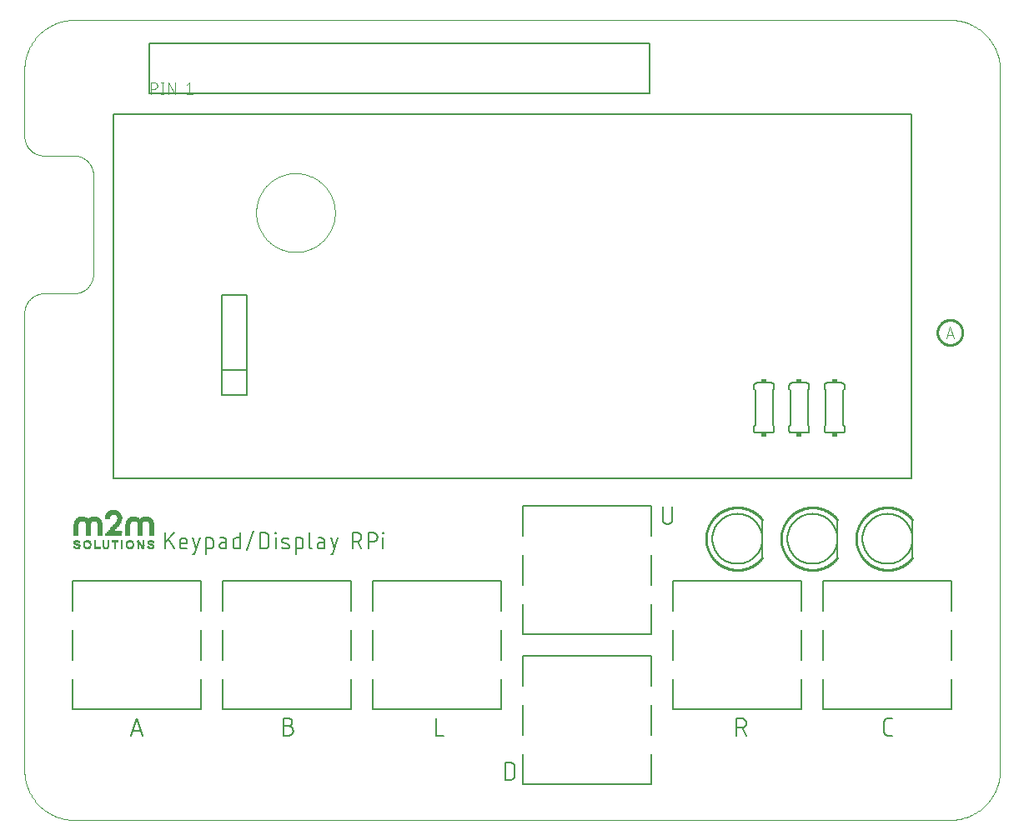
<source format=gto>
G75*
%MOIN*%
%OFA0B0*%
%FSLAX25Y25*%
%IPPOS*%
%LPD*%
%AMOC8*
5,1,8,0,0,1.08239X$1,22.5*
%
%ADD10C,0.00000*%
%ADD11C,0.00600*%
%ADD12C,0.00400*%
%ADD13C,0.01000*%
%ADD14C,0.00500*%
%ADD15C,0.00800*%
%ADD16R,0.02000X0.01500*%
%ADD17R,0.01170X0.00166*%
%ADD18R,0.01160X0.00166*%
%ADD19R,0.02500X0.00166*%
%ADD20R,0.00670X0.00166*%
%ADD21R,0.00830X0.00166*%
%ADD22R,0.00660X0.00166*%
%ADD23R,0.02000X0.00167*%
%ADD24R,0.01840X0.00167*%
%ADD25R,0.02500X0.00167*%
%ADD26R,0.00670X0.00167*%
%ADD27R,0.00830X0.00167*%
%ADD28R,0.00660X0.00167*%
%ADD29R,0.01000X0.00167*%
%ADD30R,0.01830X0.00167*%
%ADD31R,0.02330X0.00167*%
%ADD32R,0.02160X0.00167*%
%ADD33R,0.01170X0.00167*%
%ADD34R,0.02170X0.00167*%
%ADD35R,0.02330X0.00166*%
%ADD36R,0.01330X0.00167*%
%ADD37R,0.01160X0.00167*%
%ADD38R,0.00840X0.00167*%
%ADD39R,0.00840X0.00166*%
%ADD40R,0.01500X0.00166*%
%ADD41R,0.01500X0.00167*%
%ADD42R,0.01670X0.00167*%
%ADD43R,0.01830X0.00166*%
%ADD44R,0.01660X0.00166*%
%ADD45R,0.01840X0.00166*%
%ADD46R,0.01000X0.00166*%
%ADD47R,0.01330X0.00166*%
%ADD48R,0.02670X0.00167*%
%ADD49R,0.02840X0.00167*%
%ADD50R,0.02340X0.00166*%
%ADD51R,0.01660X0.00167*%
%ADD52R,0.02000X0.00166*%
%ADD53R,0.06830X0.00166*%
%ADD54R,0.06670X0.00167*%
%ADD55R,0.06500X0.00167*%
%ADD56R,0.06500X0.00166*%
%ADD57R,0.06330X0.00167*%
%ADD58R,0.06170X0.00167*%
%ADD59R,0.06000X0.00166*%
%ADD60R,0.05830X0.00167*%
%ADD61R,0.05670X0.00167*%
%ADD62R,0.05500X0.00166*%
%ADD63R,0.05500X0.00167*%
%ADD64R,0.02340X0.00167*%
%ADD65R,0.02170X0.00166*%
%ADD66R,0.02160X0.00166*%
%ADD67R,0.02830X0.00167*%
%ADD68R,0.03500X0.00166*%
%ADD69R,0.10660X0.00167*%
%ADD70R,0.10670X0.00167*%
%ADD71R,0.10340X0.00166*%
%ADD72R,0.10330X0.00166*%
%ADD73R,0.10170X0.00167*%
%ADD74R,0.10160X0.00167*%
%ADD75R,0.10000X0.00167*%
%ADD76R,0.09660X0.00166*%
%ADD77R,0.04840X0.00166*%
%ADD78R,0.04670X0.00166*%
%ADD79R,0.04500X0.00167*%
%ADD80R,0.04000X0.00167*%
%ADD81R,0.06160X0.00167*%
%ADD82R,0.05840X0.00166*%
%ADD83R,0.05160X0.00166*%
%ADD84R,0.04840X0.00167*%
%ADD85R,0.03840X0.00166*%
%ADD86R,0.03500X0.00167*%
D10*
X0063342Y0020985D02*
X0063342Y0204056D01*
X0063344Y0204246D01*
X0063351Y0204436D01*
X0063363Y0204626D01*
X0063379Y0204816D01*
X0063399Y0205005D01*
X0063425Y0205194D01*
X0063454Y0205382D01*
X0063489Y0205569D01*
X0063528Y0205755D01*
X0063571Y0205940D01*
X0063619Y0206125D01*
X0063671Y0206308D01*
X0063727Y0206489D01*
X0063788Y0206669D01*
X0063854Y0206848D01*
X0063923Y0207025D01*
X0063997Y0207201D01*
X0064075Y0207374D01*
X0064158Y0207546D01*
X0064244Y0207715D01*
X0064334Y0207883D01*
X0064429Y0208048D01*
X0064527Y0208211D01*
X0064630Y0208371D01*
X0064736Y0208529D01*
X0064846Y0208684D01*
X0064959Y0208837D01*
X0065077Y0208987D01*
X0065198Y0209133D01*
X0065322Y0209277D01*
X0065450Y0209418D01*
X0065581Y0209556D01*
X0065716Y0209691D01*
X0065854Y0209822D01*
X0065995Y0209950D01*
X0066139Y0210074D01*
X0066285Y0210195D01*
X0066435Y0210313D01*
X0066588Y0210426D01*
X0066743Y0210536D01*
X0066901Y0210642D01*
X0067061Y0210745D01*
X0067224Y0210843D01*
X0067389Y0210938D01*
X0067557Y0211028D01*
X0067726Y0211114D01*
X0067898Y0211197D01*
X0068071Y0211275D01*
X0068247Y0211349D01*
X0068424Y0211418D01*
X0068603Y0211484D01*
X0068783Y0211545D01*
X0068964Y0211601D01*
X0069147Y0211653D01*
X0069332Y0211701D01*
X0069517Y0211744D01*
X0069703Y0211783D01*
X0069890Y0211818D01*
X0070078Y0211847D01*
X0070267Y0211873D01*
X0070456Y0211893D01*
X0070646Y0211909D01*
X0070836Y0211921D01*
X0071026Y0211928D01*
X0071216Y0211930D01*
X0083027Y0211930D01*
X0083217Y0211932D01*
X0083407Y0211939D01*
X0083597Y0211951D01*
X0083787Y0211967D01*
X0083976Y0211987D01*
X0084165Y0212013D01*
X0084353Y0212042D01*
X0084540Y0212077D01*
X0084726Y0212116D01*
X0084911Y0212159D01*
X0085096Y0212207D01*
X0085279Y0212259D01*
X0085460Y0212315D01*
X0085640Y0212376D01*
X0085819Y0212442D01*
X0085996Y0212511D01*
X0086172Y0212585D01*
X0086345Y0212663D01*
X0086517Y0212746D01*
X0086686Y0212832D01*
X0086854Y0212922D01*
X0087019Y0213017D01*
X0087182Y0213115D01*
X0087342Y0213218D01*
X0087500Y0213324D01*
X0087655Y0213434D01*
X0087808Y0213547D01*
X0087958Y0213665D01*
X0088104Y0213786D01*
X0088248Y0213910D01*
X0088389Y0214038D01*
X0088527Y0214169D01*
X0088662Y0214304D01*
X0088793Y0214442D01*
X0088921Y0214583D01*
X0089045Y0214727D01*
X0089166Y0214873D01*
X0089284Y0215023D01*
X0089397Y0215176D01*
X0089507Y0215331D01*
X0089613Y0215489D01*
X0089716Y0215649D01*
X0089814Y0215812D01*
X0089909Y0215977D01*
X0089999Y0216145D01*
X0090085Y0216314D01*
X0090168Y0216486D01*
X0090246Y0216659D01*
X0090320Y0216835D01*
X0090389Y0217012D01*
X0090455Y0217191D01*
X0090516Y0217371D01*
X0090572Y0217552D01*
X0090624Y0217735D01*
X0090672Y0217920D01*
X0090715Y0218105D01*
X0090754Y0218291D01*
X0090789Y0218478D01*
X0090818Y0218666D01*
X0090844Y0218855D01*
X0090864Y0219044D01*
X0090880Y0219234D01*
X0090892Y0219424D01*
X0090899Y0219614D01*
X0090901Y0219804D01*
X0090901Y0259174D01*
X0090899Y0259364D01*
X0090892Y0259554D01*
X0090880Y0259744D01*
X0090864Y0259934D01*
X0090844Y0260123D01*
X0090818Y0260312D01*
X0090789Y0260500D01*
X0090754Y0260687D01*
X0090715Y0260873D01*
X0090672Y0261058D01*
X0090624Y0261243D01*
X0090572Y0261426D01*
X0090516Y0261607D01*
X0090455Y0261787D01*
X0090389Y0261966D01*
X0090320Y0262143D01*
X0090246Y0262319D01*
X0090168Y0262492D01*
X0090085Y0262664D01*
X0089999Y0262833D01*
X0089909Y0263001D01*
X0089814Y0263166D01*
X0089716Y0263329D01*
X0089613Y0263489D01*
X0089507Y0263647D01*
X0089397Y0263802D01*
X0089284Y0263955D01*
X0089166Y0264105D01*
X0089045Y0264251D01*
X0088921Y0264395D01*
X0088793Y0264536D01*
X0088662Y0264674D01*
X0088527Y0264809D01*
X0088389Y0264940D01*
X0088248Y0265068D01*
X0088104Y0265192D01*
X0087958Y0265313D01*
X0087808Y0265431D01*
X0087655Y0265544D01*
X0087500Y0265654D01*
X0087342Y0265760D01*
X0087182Y0265863D01*
X0087019Y0265961D01*
X0086854Y0266056D01*
X0086686Y0266146D01*
X0086517Y0266232D01*
X0086345Y0266315D01*
X0086172Y0266393D01*
X0085996Y0266467D01*
X0085819Y0266536D01*
X0085640Y0266602D01*
X0085460Y0266663D01*
X0085279Y0266719D01*
X0085096Y0266771D01*
X0084911Y0266819D01*
X0084726Y0266862D01*
X0084540Y0266901D01*
X0084353Y0266936D01*
X0084165Y0266965D01*
X0083976Y0266991D01*
X0083787Y0267011D01*
X0083597Y0267027D01*
X0083407Y0267039D01*
X0083217Y0267046D01*
X0083027Y0267048D01*
X0071216Y0267048D01*
X0071026Y0267050D01*
X0070836Y0267057D01*
X0070646Y0267069D01*
X0070456Y0267085D01*
X0070267Y0267105D01*
X0070078Y0267131D01*
X0069890Y0267160D01*
X0069703Y0267195D01*
X0069517Y0267234D01*
X0069332Y0267277D01*
X0069147Y0267325D01*
X0068964Y0267377D01*
X0068783Y0267433D01*
X0068603Y0267494D01*
X0068424Y0267560D01*
X0068247Y0267629D01*
X0068071Y0267703D01*
X0067898Y0267781D01*
X0067726Y0267864D01*
X0067557Y0267950D01*
X0067389Y0268040D01*
X0067224Y0268135D01*
X0067061Y0268233D01*
X0066901Y0268336D01*
X0066743Y0268442D01*
X0066588Y0268552D01*
X0066435Y0268665D01*
X0066285Y0268783D01*
X0066139Y0268904D01*
X0065995Y0269028D01*
X0065854Y0269156D01*
X0065716Y0269287D01*
X0065581Y0269422D01*
X0065450Y0269560D01*
X0065322Y0269701D01*
X0065198Y0269845D01*
X0065077Y0269991D01*
X0064959Y0270141D01*
X0064846Y0270294D01*
X0064736Y0270449D01*
X0064630Y0270607D01*
X0064527Y0270767D01*
X0064429Y0270930D01*
X0064334Y0271095D01*
X0064244Y0271263D01*
X0064158Y0271432D01*
X0064075Y0271604D01*
X0063997Y0271777D01*
X0063923Y0271953D01*
X0063854Y0272130D01*
X0063788Y0272309D01*
X0063727Y0272489D01*
X0063671Y0272670D01*
X0063619Y0272853D01*
X0063571Y0273038D01*
X0063528Y0273223D01*
X0063489Y0273409D01*
X0063454Y0273596D01*
X0063425Y0273784D01*
X0063399Y0273973D01*
X0063379Y0274162D01*
X0063363Y0274352D01*
X0063351Y0274542D01*
X0063344Y0274732D01*
X0063342Y0274922D01*
X0063342Y0301300D01*
X0063348Y0301783D01*
X0063365Y0302266D01*
X0063395Y0302749D01*
X0063435Y0303230D01*
X0063488Y0303711D01*
X0063552Y0304190D01*
X0063627Y0304667D01*
X0063715Y0305143D01*
X0063813Y0305616D01*
X0063923Y0306086D01*
X0064044Y0306554D01*
X0064177Y0307019D01*
X0064321Y0307480D01*
X0064476Y0307938D01*
X0064642Y0308392D01*
X0064819Y0308842D01*
X0065006Y0309287D01*
X0065205Y0309728D01*
X0065413Y0310164D01*
X0065633Y0310594D01*
X0065863Y0311020D01*
X0066103Y0311439D01*
X0066353Y0311853D01*
X0066613Y0312260D01*
X0066882Y0312661D01*
X0067162Y0313056D01*
X0067450Y0313443D01*
X0067749Y0313824D01*
X0068056Y0314197D01*
X0068372Y0314562D01*
X0068697Y0314920D01*
X0069030Y0315270D01*
X0069372Y0315612D01*
X0069722Y0315945D01*
X0070080Y0316270D01*
X0070445Y0316586D01*
X0070818Y0316893D01*
X0071199Y0317192D01*
X0071586Y0317480D01*
X0071981Y0317760D01*
X0072382Y0318029D01*
X0072789Y0318289D01*
X0073203Y0318539D01*
X0073622Y0318779D01*
X0074048Y0319009D01*
X0074478Y0319229D01*
X0074914Y0319437D01*
X0075355Y0319636D01*
X0075800Y0319823D01*
X0076250Y0320000D01*
X0076704Y0320166D01*
X0077162Y0320321D01*
X0077623Y0320465D01*
X0078088Y0320598D01*
X0078556Y0320719D01*
X0079026Y0320829D01*
X0079499Y0320927D01*
X0079975Y0321015D01*
X0080452Y0321090D01*
X0080931Y0321154D01*
X0081412Y0321207D01*
X0081893Y0321247D01*
X0082376Y0321277D01*
X0082859Y0321294D01*
X0083342Y0321300D01*
X0433342Y0321300D01*
X0433825Y0321294D01*
X0434308Y0321277D01*
X0434791Y0321247D01*
X0435272Y0321207D01*
X0435753Y0321154D01*
X0436232Y0321090D01*
X0436709Y0321015D01*
X0437185Y0320927D01*
X0437658Y0320829D01*
X0438128Y0320719D01*
X0438596Y0320598D01*
X0439061Y0320465D01*
X0439522Y0320321D01*
X0439980Y0320166D01*
X0440434Y0320000D01*
X0440884Y0319823D01*
X0441329Y0319636D01*
X0441770Y0319437D01*
X0442206Y0319229D01*
X0442636Y0319009D01*
X0443062Y0318779D01*
X0443481Y0318539D01*
X0443895Y0318289D01*
X0444302Y0318029D01*
X0444703Y0317760D01*
X0445098Y0317480D01*
X0445485Y0317192D01*
X0445866Y0316893D01*
X0446239Y0316586D01*
X0446604Y0316270D01*
X0446962Y0315945D01*
X0447312Y0315612D01*
X0447654Y0315270D01*
X0447987Y0314920D01*
X0448312Y0314562D01*
X0448628Y0314197D01*
X0448935Y0313824D01*
X0449234Y0313443D01*
X0449522Y0313056D01*
X0449802Y0312661D01*
X0450071Y0312260D01*
X0450331Y0311853D01*
X0450581Y0311439D01*
X0450821Y0311020D01*
X0451051Y0310594D01*
X0451271Y0310164D01*
X0451479Y0309728D01*
X0451678Y0309287D01*
X0451865Y0308842D01*
X0452042Y0308392D01*
X0452208Y0307938D01*
X0452363Y0307480D01*
X0452507Y0307019D01*
X0452640Y0306554D01*
X0452761Y0306086D01*
X0452871Y0305616D01*
X0452969Y0305143D01*
X0453057Y0304667D01*
X0453132Y0304190D01*
X0453196Y0303711D01*
X0453249Y0303230D01*
X0453289Y0302749D01*
X0453319Y0302266D01*
X0453336Y0301783D01*
X0453342Y0301300D01*
X0453342Y0021300D01*
X0453336Y0020817D01*
X0453319Y0020334D01*
X0453289Y0019851D01*
X0453249Y0019370D01*
X0453196Y0018889D01*
X0453132Y0018410D01*
X0453057Y0017933D01*
X0452969Y0017457D01*
X0452871Y0016984D01*
X0452761Y0016514D01*
X0452640Y0016046D01*
X0452507Y0015581D01*
X0452363Y0015120D01*
X0452208Y0014662D01*
X0452042Y0014208D01*
X0451865Y0013758D01*
X0451678Y0013313D01*
X0451479Y0012872D01*
X0451271Y0012436D01*
X0451051Y0012006D01*
X0450821Y0011580D01*
X0450581Y0011161D01*
X0450331Y0010747D01*
X0450071Y0010340D01*
X0449802Y0009939D01*
X0449522Y0009544D01*
X0449234Y0009157D01*
X0448935Y0008776D01*
X0448628Y0008403D01*
X0448312Y0008038D01*
X0447987Y0007680D01*
X0447654Y0007330D01*
X0447312Y0006988D01*
X0446962Y0006655D01*
X0446604Y0006330D01*
X0446239Y0006014D01*
X0445866Y0005707D01*
X0445485Y0005408D01*
X0445098Y0005120D01*
X0444703Y0004840D01*
X0444302Y0004571D01*
X0443895Y0004311D01*
X0443481Y0004061D01*
X0443062Y0003821D01*
X0442636Y0003591D01*
X0442206Y0003371D01*
X0441770Y0003163D01*
X0441329Y0002964D01*
X0440884Y0002777D01*
X0440434Y0002600D01*
X0439980Y0002434D01*
X0439522Y0002279D01*
X0439061Y0002135D01*
X0438596Y0002002D01*
X0438128Y0001881D01*
X0437658Y0001771D01*
X0437185Y0001673D01*
X0436709Y0001585D01*
X0436232Y0001510D01*
X0435753Y0001446D01*
X0435272Y0001393D01*
X0434791Y0001353D01*
X0434308Y0001323D01*
X0433825Y0001306D01*
X0433342Y0001300D01*
X0083342Y0001300D01*
X0082859Y0001306D01*
X0082376Y0001323D01*
X0081893Y0001353D01*
X0081412Y0001393D01*
X0080931Y0001446D01*
X0080452Y0001510D01*
X0079975Y0001585D01*
X0079499Y0001673D01*
X0079026Y0001771D01*
X0078556Y0001881D01*
X0078088Y0002002D01*
X0077623Y0002135D01*
X0077162Y0002279D01*
X0076704Y0002434D01*
X0076250Y0002600D01*
X0075800Y0002777D01*
X0075355Y0002964D01*
X0074914Y0003163D01*
X0074478Y0003371D01*
X0074048Y0003591D01*
X0073622Y0003821D01*
X0073203Y0004061D01*
X0072789Y0004311D01*
X0072382Y0004571D01*
X0071981Y0004840D01*
X0071586Y0005120D01*
X0071199Y0005408D01*
X0070818Y0005707D01*
X0070445Y0006014D01*
X0070080Y0006330D01*
X0069722Y0006655D01*
X0069372Y0006988D01*
X0069030Y0007330D01*
X0068697Y0007680D01*
X0068372Y0008038D01*
X0068056Y0008403D01*
X0067749Y0008776D01*
X0067450Y0009157D01*
X0067162Y0009544D01*
X0066882Y0009939D01*
X0066613Y0010340D01*
X0066353Y0010747D01*
X0066103Y0011161D01*
X0065863Y0011580D01*
X0065633Y0012006D01*
X0065413Y0012436D01*
X0065205Y0012872D01*
X0065006Y0013313D01*
X0064819Y0013758D01*
X0064642Y0014208D01*
X0064476Y0014662D01*
X0064321Y0015120D01*
X0064177Y0015581D01*
X0064044Y0016046D01*
X0063923Y0016514D01*
X0063813Y0016984D01*
X0063715Y0017457D01*
X0063627Y0017933D01*
X0063552Y0018410D01*
X0063488Y0018889D01*
X0063435Y0019370D01*
X0063395Y0019851D01*
X0063365Y0020334D01*
X0063348Y0020817D01*
X0063342Y0021300D01*
X0155980Y0244233D02*
X0155985Y0244619D01*
X0155999Y0245006D01*
X0156023Y0245391D01*
X0156056Y0245777D01*
X0156098Y0246161D01*
X0156150Y0246544D01*
X0156212Y0246925D01*
X0156283Y0247305D01*
X0156363Y0247683D01*
X0156452Y0248059D01*
X0156550Y0248433D01*
X0156658Y0248804D01*
X0156775Y0249173D01*
X0156901Y0249538D01*
X0157035Y0249901D01*
X0157179Y0250259D01*
X0157331Y0250615D01*
X0157492Y0250966D01*
X0157662Y0251313D01*
X0157840Y0251657D01*
X0158026Y0251995D01*
X0158220Y0252329D01*
X0158423Y0252658D01*
X0158634Y0252982D01*
X0158853Y0253301D01*
X0159079Y0253614D01*
X0159313Y0253922D01*
X0159555Y0254223D01*
X0159803Y0254519D01*
X0160060Y0254809D01*
X0160323Y0255092D01*
X0160592Y0255369D01*
X0160869Y0255638D01*
X0161152Y0255901D01*
X0161442Y0256158D01*
X0161738Y0256406D01*
X0162039Y0256648D01*
X0162347Y0256882D01*
X0162660Y0257108D01*
X0162979Y0257327D01*
X0163303Y0257538D01*
X0163632Y0257741D01*
X0163966Y0257935D01*
X0164304Y0258121D01*
X0164648Y0258299D01*
X0164995Y0258469D01*
X0165346Y0258630D01*
X0165702Y0258782D01*
X0166060Y0258926D01*
X0166423Y0259060D01*
X0166788Y0259186D01*
X0167157Y0259303D01*
X0167528Y0259411D01*
X0167902Y0259509D01*
X0168278Y0259598D01*
X0168656Y0259678D01*
X0169036Y0259749D01*
X0169417Y0259811D01*
X0169800Y0259863D01*
X0170184Y0259905D01*
X0170570Y0259938D01*
X0170955Y0259962D01*
X0171342Y0259976D01*
X0171728Y0259981D01*
X0172114Y0259976D01*
X0172501Y0259962D01*
X0172886Y0259938D01*
X0173272Y0259905D01*
X0173656Y0259863D01*
X0174039Y0259811D01*
X0174420Y0259749D01*
X0174800Y0259678D01*
X0175178Y0259598D01*
X0175554Y0259509D01*
X0175928Y0259411D01*
X0176299Y0259303D01*
X0176668Y0259186D01*
X0177033Y0259060D01*
X0177396Y0258926D01*
X0177754Y0258782D01*
X0178110Y0258630D01*
X0178461Y0258469D01*
X0178808Y0258299D01*
X0179152Y0258121D01*
X0179490Y0257935D01*
X0179824Y0257741D01*
X0180153Y0257538D01*
X0180477Y0257327D01*
X0180796Y0257108D01*
X0181109Y0256882D01*
X0181417Y0256648D01*
X0181718Y0256406D01*
X0182014Y0256158D01*
X0182304Y0255901D01*
X0182587Y0255638D01*
X0182864Y0255369D01*
X0183133Y0255092D01*
X0183396Y0254809D01*
X0183653Y0254519D01*
X0183901Y0254223D01*
X0184143Y0253922D01*
X0184377Y0253614D01*
X0184603Y0253301D01*
X0184822Y0252982D01*
X0185033Y0252658D01*
X0185236Y0252329D01*
X0185430Y0251995D01*
X0185616Y0251657D01*
X0185794Y0251313D01*
X0185964Y0250966D01*
X0186125Y0250615D01*
X0186277Y0250259D01*
X0186421Y0249901D01*
X0186555Y0249538D01*
X0186681Y0249173D01*
X0186798Y0248804D01*
X0186906Y0248433D01*
X0187004Y0248059D01*
X0187093Y0247683D01*
X0187173Y0247305D01*
X0187244Y0246925D01*
X0187306Y0246544D01*
X0187358Y0246161D01*
X0187400Y0245777D01*
X0187433Y0245391D01*
X0187457Y0245006D01*
X0187471Y0244619D01*
X0187476Y0244233D01*
X0187471Y0243847D01*
X0187457Y0243460D01*
X0187433Y0243075D01*
X0187400Y0242689D01*
X0187358Y0242305D01*
X0187306Y0241922D01*
X0187244Y0241541D01*
X0187173Y0241161D01*
X0187093Y0240783D01*
X0187004Y0240407D01*
X0186906Y0240033D01*
X0186798Y0239662D01*
X0186681Y0239293D01*
X0186555Y0238928D01*
X0186421Y0238565D01*
X0186277Y0238207D01*
X0186125Y0237851D01*
X0185964Y0237500D01*
X0185794Y0237153D01*
X0185616Y0236809D01*
X0185430Y0236471D01*
X0185236Y0236137D01*
X0185033Y0235808D01*
X0184822Y0235484D01*
X0184603Y0235165D01*
X0184377Y0234852D01*
X0184143Y0234544D01*
X0183901Y0234243D01*
X0183653Y0233947D01*
X0183396Y0233657D01*
X0183133Y0233374D01*
X0182864Y0233097D01*
X0182587Y0232828D01*
X0182304Y0232565D01*
X0182014Y0232308D01*
X0181718Y0232060D01*
X0181417Y0231818D01*
X0181109Y0231584D01*
X0180796Y0231358D01*
X0180477Y0231139D01*
X0180153Y0230928D01*
X0179824Y0230725D01*
X0179490Y0230531D01*
X0179152Y0230345D01*
X0178808Y0230167D01*
X0178461Y0229997D01*
X0178110Y0229836D01*
X0177754Y0229684D01*
X0177396Y0229540D01*
X0177033Y0229406D01*
X0176668Y0229280D01*
X0176299Y0229163D01*
X0175928Y0229055D01*
X0175554Y0228957D01*
X0175178Y0228868D01*
X0174800Y0228788D01*
X0174420Y0228717D01*
X0174039Y0228655D01*
X0173656Y0228603D01*
X0173272Y0228561D01*
X0172886Y0228528D01*
X0172501Y0228504D01*
X0172114Y0228490D01*
X0171728Y0228485D01*
X0171342Y0228490D01*
X0170955Y0228504D01*
X0170570Y0228528D01*
X0170184Y0228561D01*
X0169800Y0228603D01*
X0169417Y0228655D01*
X0169036Y0228717D01*
X0168656Y0228788D01*
X0168278Y0228868D01*
X0167902Y0228957D01*
X0167528Y0229055D01*
X0167157Y0229163D01*
X0166788Y0229280D01*
X0166423Y0229406D01*
X0166060Y0229540D01*
X0165702Y0229684D01*
X0165346Y0229836D01*
X0164995Y0229997D01*
X0164648Y0230167D01*
X0164304Y0230345D01*
X0163966Y0230531D01*
X0163632Y0230725D01*
X0163303Y0230928D01*
X0162979Y0231139D01*
X0162660Y0231358D01*
X0162347Y0231584D01*
X0162039Y0231818D01*
X0161738Y0232060D01*
X0161442Y0232308D01*
X0161152Y0232565D01*
X0160869Y0232828D01*
X0160592Y0233097D01*
X0160323Y0233374D01*
X0160060Y0233657D01*
X0159803Y0233947D01*
X0159555Y0234243D01*
X0159313Y0234544D01*
X0159079Y0234852D01*
X0158853Y0235165D01*
X0158634Y0235484D01*
X0158423Y0235808D01*
X0158220Y0236137D01*
X0158026Y0236471D01*
X0157840Y0236809D01*
X0157662Y0237153D01*
X0157492Y0237500D01*
X0157331Y0237851D01*
X0157179Y0238207D01*
X0157035Y0238565D01*
X0156901Y0238928D01*
X0156775Y0239293D01*
X0156658Y0239662D01*
X0156550Y0240033D01*
X0156452Y0240407D01*
X0156363Y0240783D01*
X0156283Y0241161D01*
X0156212Y0241541D01*
X0156150Y0241922D01*
X0156098Y0242305D01*
X0156056Y0242689D01*
X0156023Y0243075D01*
X0155999Y0243460D01*
X0155985Y0243847D01*
X0155980Y0244233D01*
D11*
X0154988Y0116979D02*
X0152144Y0109157D01*
X0149626Y0109868D02*
X0147848Y0109868D01*
X0147848Y0109867D02*
X0147784Y0109869D01*
X0147719Y0109875D01*
X0147656Y0109884D01*
X0147593Y0109898D01*
X0147531Y0109915D01*
X0147470Y0109936D01*
X0147410Y0109961D01*
X0147352Y0109989D01*
X0147296Y0110021D01*
X0147242Y0110056D01*
X0147190Y0110094D01*
X0147140Y0110135D01*
X0147094Y0110180D01*
X0147049Y0110226D01*
X0147008Y0110276D01*
X0146970Y0110328D01*
X0146935Y0110382D01*
X0146903Y0110438D01*
X0146875Y0110496D01*
X0146850Y0110556D01*
X0146829Y0110617D01*
X0146812Y0110679D01*
X0146798Y0110742D01*
X0146789Y0110805D01*
X0146783Y0110870D01*
X0146781Y0110934D01*
X0146782Y0110934D02*
X0146782Y0113068D01*
X0146781Y0113068D02*
X0146783Y0113132D01*
X0146789Y0113197D01*
X0146798Y0113260D01*
X0146812Y0113323D01*
X0146829Y0113385D01*
X0146850Y0113446D01*
X0146875Y0113506D01*
X0146903Y0113564D01*
X0146935Y0113620D01*
X0146970Y0113674D01*
X0147008Y0113726D01*
X0147049Y0113776D01*
X0147094Y0113822D01*
X0147140Y0113867D01*
X0147190Y0113908D01*
X0147242Y0113946D01*
X0147296Y0113981D01*
X0147352Y0114013D01*
X0147410Y0114041D01*
X0147470Y0114066D01*
X0147531Y0114087D01*
X0147593Y0114104D01*
X0147656Y0114118D01*
X0147719Y0114127D01*
X0147784Y0114133D01*
X0147848Y0114135D01*
X0147848Y0114134D02*
X0149626Y0114134D01*
X0149626Y0116268D02*
X0149626Y0109868D01*
X0144087Y0109868D02*
X0144087Y0113068D01*
X0144087Y0112357D02*
X0142487Y0112357D01*
X0144088Y0113068D02*
X0144086Y0113132D01*
X0144080Y0113197D01*
X0144071Y0113260D01*
X0144057Y0113323D01*
X0144040Y0113385D01*
X0144019Y0113446D01*
X0143994Y0113506D01*
X0143966Y0113564D01*
X0143934Y0113620D01*
X0143899Y0113674D01*
X0143861Y0113726D01*
X0143820Y0113776D01*
X0143775Y0113822D01*
X0143729Y0113867D01*
X0143679Y0113908D01*
X0143627Y0113946D01*
X0143573Y0113981D01*
X0143517Y0114013D01*
X0143459Y0114041D01*
X0143399Y0114066D01*
X0143338Y0114087D01*
X0143276Y0114104D01*
X0143213Y0114118D01*
X0143150Y0114127D01*
X0143085Y0114133D01*
X0143021Y0114135D01*
X0143021Y0114134D02*
X0141599Y0114134D01*
X0138812Y0113068D02*
X0138812Y0110934D01*
X0138810Y0110870D01*
X0138804Y0110805D01*
X0138795Y0110742D01*
X0138781Y0110679D01*
X0138764Y0110617D01*
X0138743Y0110556D01*
X0138718Y0110496D01*
X0138690Y0110438D01*
X0138658Y0110382D01*
X0138623Y0110328D01*
X0138585Y0110276D01*
X0138544Y0110226D01*
X0138499Y0110180D01*
X0138453Y0110135D01*
X0138403Y0110094D01*
X0138351Y0110056D01*
X0138297Y0110021D01*
X0138241Y0109989D01*
X0138183Y0109961D01*
X0138123Y0109936D01*
X0138062Y0109915D01*
X0138000Y0109898D01*
X0137937Y0109884D01*
X0137874Y0109875D01*
X0137809Y0109869D01*
X0137745Y0109867D01*
X0137745Y0109868D02*
X0135967Y0109868D01*
X0135967Y0107734D02*
X0135967Y0114134D01*
X0137745Y0114134D01*
X0137745Y0114135D02*
X0137809Y0114133D01*
X0137874Y0114127D01*
X0137937Y0114118D01*
X0138000Y0114104D01*
X0138062Y0114087D01*
X0138123Y0114066D01*
X0138183Y0114041D01*
X0138241Y0114013D01*
X0138297Y0113981D01*
X0138351Y0113946D01*
X0138403Y0113908D01*
X0138453Y0113867D01*
X0138499Y0113822D01*
X0138544Y0113776D01*
X0138585Y0113726D01*
X0138623Y0113674D01*
X0138658Y0113620D01*
X0138690Y0113564D01*
X0138718Y0113506D01*
X0138743Y0113446D01*
X0138764Y0113385D01*
X0138781Y0113323D01*
X0138795Y0113260D01*
X0138804Y0113197D01*
X0138810Y0113132D01*
X0138812Y0113068D01*
X0142487Y0112356D02*
X0142417Y0112354D01*
X0142348Y0112348D01*
X0142279Y0112338D01*
X0142210Y0112325D01*
X0142143Y0112307D01*
X0142076Y0112286D01*
X0142011Y0112261D01*
X0141947Y0112233D01*
X0141885Y0112201D01*
X0141825Y0112165D01*
X0141767Y0112127D01*
X0141711Y0112085D01*
X0141658Y0112040D01*
X0141607Y0111992D01*
X0141559Y0111941D01*
X0141514Y0111888D01*
X0141472Y0111832D01*
X0141434Y0111774D01*
X0141398Y0111714D01*
X0141366Y0111652D01*
X0141338Y0111588D01*
X0141313Y0111523D01*
X0141292Y0111456D01*
X0141274Y0111389D01*
X0141261Y0111320D01*
X0141251Y0111251D01*
X0141245Y0111182D01*
X0141243Y0111112D01*
X0141245Y0111042D01*
X0141251Y0110973D01*
X0141261Y0110904D01*
X0141274Y0110835D01*
X0141292Y0110768D01*
X0141313Y0110701D01*
X0141338Y0110636D01*
X0141366Y0110572D01*
X0141398Y0110510D01*
X0141434Y0110450D01*
X0141472Y0110392D01*
X0141514Y0110336D01*
X0141559Y0110283D01*
X0141607Y0110232D01*
X0141658Y0110184D01*
X0141711Y0110139D01*
X0141767Y0110097D01*
X0141825Y0110059D01*
X0141885Y0110023D01*
X0141947Y0109991D01*
X0142011Y0109963D01*
X0142076Y0109938D01*
X0142143Y0109917D01*
X0142210Y0109899D01*
X0142279Y0109886D01*
X0142348Y0109876D01*
X0142417Y0109870D01*
X0142487Y0109868D01*
X0144087Y0109868D01*
X0157532Y0109868D02*
X0159310Y0109868D01*
X0159310Y0109867D02*
X0159392Y0109869D01*
X0159474Y0109875D01*
X0159556Y0109884D01*
X0159637Y0109897D01*
X0159717Y0109914D01*
X0159797Y0109935D01*
X0159875Y0109959D01*
X0159952Y0109987D01*
X0160028Y0110018D01*
X0160103Y0110053D01*
X0160175Y0110092D01*
X0160246Y0110133D01*
X0160315Y0110178D01*
X0160381Y0110226D01*
X0160446Y0110277D01*
X0160508Y0110331D01*
X0160567Y0110388D01*
X0160624Y0110447D01*
X0160678Y0110509D01*
X0160729Y0110574D01*
X0160777Y0110640D01*
X0160822Y0110709D01*
X0160863Y0110780D01*
X0160902Y0110852D01*
X0160937Y0110927D01*
X0160968Y0111003D01*
X0160996Y0111080D01*
X0161020Y0111158D01*
X0161041Y0111238D01*
X0161058Y0111318D01*
X0161071Y0111399D01*
X0161080Y0111481D01*
X0161086Y0111563D01*
X0161088Y0111645D01*
X0161088Y0114490D01*
X0161086Y0114572D01*
X0161080Y0114654D01*
X0161071Y0114736D01*
X0161058Y0114817D01*
X0161041Y0114897D01*
X0161020Y0114977D01*
X0160996Y0115055D01*
X0160968Y0115132D01*
X0160937Y0115208D01*
X0160902Y0115283D01*
X0160863Y0115355D01*
X0160822Y0115426D01*
X0160777Y0115495D01*
X0160729Y0115561D01*
X0160678Y0115626D01*
X0160624Y0115688D01*
X0160567Y0115747D01*
X0160508Y0115804D01*
X0160446Y0115858D01*
X0160381Y0115909D01*
X0160315Y0115957D01*
X0160246Y0116002D01*
X0160175Y0116043D01*
X0160103Y0116082D01*
X0160028Y0116117D01*
X0159952Y0116148D01*
X0159875Y0116176D01*
X0159797Y0116200D01*
X0159717Y0116221D01*
X0159637Y0116238D01*
X0159556Y0116251D01*
X0159474Y0116260D01*
X0159392Y0116266D01*
X0159310Y0116268D01*
X0157532Y0116268D01*
X0157532Y0109868D01*
X0163823Y0109868D02*
X0163823Y0114134D01*
X0164001Y0115912D02*
X0163645Y0115912D01*
X0163645Y0116268D01*
X0164001Y0116268D01*
X0164001Y0115912D01*
X0167187Y0114135D02*
X0167128Y0114134D01*
X0167068Y0114129D01*
X0167010Y0114120D01*
X0166951Y0114108D01*
X0166894Y0114091D01*
X0166838Y0114072D01*
X0166783Y0114048D01*
X0166730Y0114021D01*
X0166679Y0113991D01*
X0166630Y0113957D01*
X0166583Y0113921D01*
X0166539Y0113881D01*
X0166497Y0113839D01*
X0166458Y0113794D01*
X0166422Y0113746D01*
X0166389Y0113697D01*
X0166360Y0113645D01*
X0166333Y0113592D01*
X0166311Y0113537D01*
X0166292Y0113480D01*
X0166276Y0113423D01*
X0166265Y0113365D01*
X0166257Y0113306D01*
X0166253Y0113246D01*
X0166252Y0113187D01*
X0166256Y0113127D01*
X0166263Y0113068D01*
X0166275Y0113010D01*
X0166290Y0112952D01*
X0166308Y0112896D01*
X0166331Y0112841D01*
X0166356Y0112787D01*
X0166386Y0112735D01*
X0166418Y0112685D01*
X0166454Y0112638D01*
X0166492Y0112592D01*
X0166534Y0112550D01*
X0166578Y0112510D01*
X0166624Y0112473D01*
X0166673Y0112439D01*
X0166724Y0112408D01*
X0166777Y0112381D01*
X0166832Y0112357D01*
X0168609Y0111645D01*
X0168609Y0111646D02*
X0168664Y0111622D01*
X0168717Y0111595D01*
X0168768Y0111564D01*
X0168817Y0111530D01*
X0168863Y0111493D01*
X0168907Y0111453D01*
X0168949Y0111411D01*
X0168987Y0111365D01*
X0169023Y0111318D01*
X0169055Y0111268D01*
X0169085Y0111216D01*
X0169110Y0111162D01*
X0169133Y0111107D01*
X0169151Y0111051D01*
X0169166Y0110993D01*
X0169178Y0110935D01*
X0169185Y0110876D01*
X0169189Y0110816D01*
X0169188Y0110757D01*
X0169184Y0110697D01*
X0169176Y0110638D01*
X0169165Y0110580D01*
X0169149Y0110523D01*
X0169130Y0110466D01*
X0169108Y0110411D01*
X0169081Y0110358D01*
X0169052Y0110306D01*
X0169019Y0110257D01*
X0168983Y0110209D01*
X0168944Y0110164D01*
X0168902Y0110122D01*
X0168858Y0110082D01*
X0168811Y0110046D01*
X0168762Y0110012D01*
X0168711Y0109982D01*
X0168658Y0109955D01*
X0168603Y0109931D01*
X0168547Y0109912D01*
X0168490Y0109895D01*
X0168431Y0109883D01*
X0168373Y0109874D01*
X0168313Y0109869D01*
X0168254Y0109868D01*
X0168787Y0113779D02*
X0168679Y0113826D01*
X0168569Y0113869D01*
X0168458Y0113910D01*
X0168346Y0113947D01*
X0168234Y0113981D01*
X0168120Y0114012D01*
X0168005Y0114039D01*
X0167889Y0114063D01*
X0167773Y0114083D01*
X0167657Y0114100D01*
X0167540Y0114114D01*
X0167422Y0114124D01*
X0167305Y0114131D01*
X0167187Y0114135D01*
X0166298Y0110223D02*
X0166443Y0110173D01*
X0166590Y0110127D01*
X0166737Y0110084D01*
X0166886Y0110045D01*
X0167036Y0110010D01*
X0167186Y0109978D01*
X0167337Y0109951D01*
X0167489Y0109927D01*
X0167641Y0109908D01*
X0167794Y0109892D01*
X0167947Y0109880D01*
X0168100Y0109872D01*
X0168254Y0109868D01*
X0171866Y0109868D02*
X0173643Y0109868D01*
X0173643Y0109867D02*
X0173707Y0109869D01*
X0173772Y0109875D01*
X0173835Y0109884D01*
X0173898Y0109898D01*
X0173960Y0109915D01*
X0174021Y0109936D01*
X0174081Y0109961D01*
X0174139Y0109989D01*
X0174195Y0110021D01*
X0174249Y0110056D01*
X0174301Y0110094D01*
X0174351Y0110135D01*
X0174397Y0110180D01*
X0174442Y0110226D01*
X0174483Y0110276D01*
X0174521Y0110328D01*
X0174556Y0110382D01*
X0174588Y0110438D01*
X0174616Y0110496D01*
X0174641Y0110556D01*
X0174662Y0110617D01*
X0174679Y0110679D01*
X0174693Y0110742D01*
X0174702Y0110805D01*
X0174708Y0110870D01*
X0174710Y0110934D01*
X0174710Y0113068D01*
X0174708Y0113132D01*
X0174702Y0113197D01*
X0174693Y0113260D01*
X0174679Y0113323D01*
X0174662Y0113385D01*
X0174641Y0113446D01*
X0174616Y0113506D01*
X0174588Y0113564D01*
X0174556Y0113620D01*
X0174521Y0113674D01*
X0174483Y0113726D01*
X0174442Y0113776D01*
X0174397Y0113822D01*
X0174351Y0113867D01*
X0174301Y0113908D01*
X0174249Y0113946D01*
X0174195Y0113981D01*
X0174139Y0114013D01*
X0174081Y0114041D01*
X0174021Y0114066D01*
X0173960Y0114087D01*
X0173898Y0114104D01*
X0173835Y0114118D01*
X0173772Y0114127D01*
X0173707Y0114133D01*
X0173643Y0114135D01*
X0173643Y0114134D02*
X0171866Y0114134D01*
X0171866Y0107734D01*
X0177264Y0110934D02*
X0177264Y0116268D01*
X0180779Y0114134D02*
X0182201Y0114134D01*
X0182201Y0114135D02*
X0182265Y0114133D01*
X0182330Y0114127D01*
X0182393Y0114118D01*
X0182456Y0114104D01*
X0182518Y0114087D01*
X0182579Y0114066D01*
X0182639Y0114041D01*
X0182697Y0114013D01*
X0182753Y0113981D01*
X0182807Y0113946D01*
X0182859Y0113908D01*
X0182909Y0113867D01*
X0182955Y0113822D01*
X0183000Y0113776D01*
X0183041Y0113726D01*
X0183079Y0113674D01*
X0183114Y0113620D01*
X0183146Y0113564D01*
X0183174Y0113506D01*
X0183199Y0113446D01*
X0183220Y0113385D01*
X0183237Y0113323D01*
X0183251Y0113260D01*
X0183260Y0113197D01*
X0183266Y0113132D01*
X0183268Y0113068D01*
X0183268Y0109868D01*
X0181668Y0109868D01*
X0181598Y0109870D01*
X0181529Y0109876D01*
X0181460Y0109886D01*
X0181391Y0109899D01*
X0181324Y0109917D01*
X0181257Y0109938D01*
X0181192Y0109963D01*
X0181128Y0109991D01*
X0181066Y0110023D01*
X0181006Y0110059D01*
X0180948Y0110097D01*
X0180892Y0110139D01*
X0180839Y0110184D01*
X0180788Y0110232D01*
X0180740Y0110283D01*
X0180695Y0110336D01*
X0180653Y0110392D01*
X0180615Y0110450D01*
X0180579Y0110510D01*
X0180547Y0110572D01*
X0180519Y0110636D01*
X0180494Y0110701D01*
X0180473Y0110768D01*
X0180455Y0110835D01*
X0180442Y0110904D01*
X0180432Y0110973D01*
X0180426Y0111042D01*
X0180424Y0111112D01*
X0180426Y0111182D01*
X0180432Y0111251D01*
X0180442Y0111320D01*
X0180455Y0111389D01*
X0180473Y0111456D01*
X0180494Y0111523D01*
X0180519Y0111588D01*
X0180547Y0111652D01*
X0180579Y0111714D01*
X0180615Y0111774D01*
X0180653Y0111832D01*
X0180695Y0111888D01*
X0180740Y0111941D01*
X0180788Y0111992D01*
X0180839Y0112040D01*
X0180892Y0112085D01*
X0180948Y0112127D01*
X0181006Y0112165D01*
X0181066Y0112201D01*
X0181128Y0112233D01*
X0181192Y0112261D01*
X0181257Y0112286D01*
X0181324Y0112307D01*
X0181391Y0112325D01*
X0181460Y0112338D01*
X0181529Y0112348D01*
X0181598Y0112354D01*
X0181668Y0112356D01*
X0181668Y0112357D02*
X0183268Y0112357D01*
X0185786Y0114134D02*
X0187208Y0109868D01*
X0186497Y0107734D02*
X0185786Y0107734D01*
X0186497Y0107734D02*
X0188630Y0114134D01*
X0194492Y0112712D02*
X0196270Y0112712D01*
X0196626Y0112712D02*
X0198048Y0109868D01*
X0200899Y0109868D02*
X0200899Y0116268D01*
X0202676Y0116268D01*
X0202759Y0116266D01*
X0202842Y0116260D01*
X0202925Y0116250D01*
X0203008Y0116237D01*
X0203089Y0116219D01*
X0203170Y0116198D01*
X0203249Y0116173D01*
X0203327Y0116144D01*
X0203404Y0116112D01*
X0203479Y0116076D01*
X0203553Y0116037D01*
X0203624Y0115994D01*
X0203694Y0115948D01*
X0203761Y0115898D01*
X0203826Y0115846D01*
X0203888Y0115791D01*
X0203948Y0115732D01*
X0204005Y0115671D01*
X0204059Y0115608D01*
X0204110Y0115542D01*
X0204157Y0115473D01*
X0204202Y0115403D01*
X0204243Y0115330D01*
X0204280Y0115256D01*
X0204315Y0115180D01*
X0204345Y0115102D01*
X0204372Y0115024D01*
X0204395Y0114943D01*
X0204415Y0114862D01*
X0204430Y0114780D01*
X0204442Y0114698D01*
X0204450Y0114615D01*
X0204454Y0114532D01*
X0204454Y0114448D01*
X0204450Y0114365D01*
X0204442Y0114282D01*
X0204430Y0114200D01*
X0204415Y0114118D01*
X0204395Y0114037D01*
X0204372Y0113956D01*
X0204345Y0113878D01*
X0204315Y0113800D01*
X0204280Y0113724D01*
X0204243Y0113650D01*
X0204202Y0113577D01*
X0204157Y0113507D01*
X0204110Y0113438D01*
X0204059Y0113372D01*
X0204005Y0113309D01*
X0203948Y0113248D01*
X0203888Y0113189D01*
X0203826Y0113134D01*
X0203761Y0113082D01*
X0203694Y0113032D01*
X0203624Y0112986D01*
X0203553Y0112943D01*
X0203479Y0112904D01*
X0203404Y0112868D01*
X0203327Y0112836D01*
X0203249Y0112807D01*
X0203170Y0112782D01*
X0203089Y0112761D01*
X0203008Y0112743D01*
X0202925Y0112730D01*
X0202842Y0112720D01*
X0202759Y0112714D01*
X0202676Y0112712D01*
X0200899Y0112712D01*
X0196270Y0112712D02*
X0196353Y0112714D01*
X0196436Y0112720D01*
X0196519Y0112730D01*
X0196602Y0112743D01*
X0196683Y0112761D01*
X0196764Y0112782D01*
X0196843Y0112807D01*
X0196921Y0112836D01*
X0196998Y0112868D01*
X0197073Y0112904D01*
X0197147Y0112943D01*
X0197218Y0112986D01*
X0197288Y0113032D01*
X0197355Y0113082D01*
X0197420Y0113134D01*
X0197482Y0113189D01*
X0197542Y0113248D01*
X0197599Y0113309D01*
X0197653Y0113372D01*
X0197704Y0113438D01*
X0197751Y0113507D01*
X0197796Y0113577D01*
X0197837Y0113650D01*
X0197874Y0113724D01*
X0197909Y0113800D01*
X0197939Y0113878D01*
X0197966Y0113956D01*
X0197989Y0114037D01*
X0198009Y0114118D01*
X0198024Y0114200D01*
X0198036Y0114282D01*
X0198044Y0114365D01*
X0198048Y0114448D01*
X0198048Y0114532D01*
X0198044Y0114615D01*
X0198036Y0114698D01*
X0198024Y0114780D01*
X0198009Y0114862D01*
X0197989Y0114943D01*
X0197966Y0115024D01*
X0197939Y0115102D01*
X0197909Y0115180D01*
X0197874Y0115256D01*
X0197837Y0115330D01*
X0197796Y0115403D01*
X0197751Y0115473D01*
X0197704Y0115542D01*
X0197653Y0115608D01*
X0197599Y0115671D01*
X0197542Y0115732D01*
X0197482Y0115791D01*
X0197420Y0115846D01*
X0197355Y0115898D01*
X0197288Y0115948D01*
X0197218Y0115994D01*
X0197147Y0116037D01*
X0197073Y0116076D01*
X0196998Y0116112D01*
X0196921Y0116144D01*
X0196843Y0116173D01*
X0196764Y0116198D01*
X0196683Y0116219D01*
X0196602Y0116237D01*
X0196519Y0116250D01*
X0196436Y0116260D01*
X0196353Y0116266D01*
X0196270Y0116268D01*
X0194492Y0116268D01*
X0194492Y0109868D01*
X0206696Y0109868D02*
X0206696Y0114134D01*
X0206874Y0115912D02*
X0206518Y0115912D01*
X0206518Y0116268D01*
X0206874Y0116268D01*
X0206874Y0115912D01*
X0178330Y0109867D02*
X0178266Y0109869D01*
X0178201Y0109875D01*
X0178138Y0109884D01*
X0178075Y0109898D01*
X0178013Y0109915D01*
X0177952Y0109936D01*
X0177892Y0109961D01*
X0177834Y0109989D01*
X0177778Y0110021D01*
X0177724Y0110056D01*
X0177672Y0110094D01*
X0177622Y0110135D01*
X0177576Y0110180D01*
X0177531Y0110226D01*
X0177490Y0110276D01*
X0177452Y0110328D01*
X0177417Y0110382D01*
X0177385Y0110438D01*
X0177357Y0110496D01*
X0177332Y0110556D01*
X0177311Y0110617D01*
X0177294Y0110679D01*
X0177280Y0110742D01*
X0177271Y0110805D01*
X0177265Y0110870D01*
X0177263Y0110934D01*
X0133449Y0114134D02*
X0131316Y0107734D01*
X0130605Y0107734D01*
X0132027Y0109868D02*
X0130605Y0114134D01*
X0128321Y0112712D02*
X0128321Y0112001D01*
X0125477Y0112001D01*
X0125477Y0112712D02*
X0125477Y0110934D01*
X0125476Y0110934D02*
X0125478Y0110870D01*
X0125484Y0110805D01*
X0125493Y0110742D01*
X0125507Y0110679D01*
X0125524Y0110617D01*
X0125545Y0110556D01*
X0125570Y0110496D01*
X0125598Y0110438D01*
X0125630Y0110382D01*
X0125665Y0110328D01*
X0125703Y0110276D01*
X0125744Y0110226D01*
X0125789Y0110180D01*
X0125835Y0110135D01*
X0125885Y0110094D01*
X0125937Y0110056D01*
X0125991Y0110021D01*
X0126047Y0109989D01*
X0126105Y0109961D01*
X0126165Y0109936D01*
X0126226Y0109915D01*
X0126288Y0109898D01*
X0126351Y0109884D01*
X0126414Y0109875D01*
X0126479Y0109869D01*
X0126543Y0109867D01*
X0126543Y0109868D02*
X0128321Y0109868D01*
X0128321Y0112712D02*
X0128319Y0112786D01*
X0128313Y0112861D01*
X0128303Y0112934D01*
X0128290Y0113008D01*
X0128273Y0113080D01*
X0128251Y0113151D01*
X0128227Y0113222D01*
X0128198Y0113290D01*
X0128166Y0113358D01*
X0128130Y0113423D01*
X0128092Y0113486D01*
X0128049Y0113548D01*
X0128004Y0113607D01*
X0127956Y0113664D01*
X0127905Y0113718D01*
X0127851Y0113769D01*
X0127794Y0113817D01*
X0127735Y0113862D01*
X0127673Y0113905D01*
X0127610Y0113943D01*
X0127545Y0113979D01*
X0127477Y0114011D01*
X0127409Y0114040D01*
X0127338Y0114064D01*
X0127267Y0114086D01*
X0127195Y0114103D01*
X0127121Y0114116D01*
X0127048Y0114126D01*
X0126973Y0114132D01*
X0126899Y0114134D01*
X0126825Y0114132D01*
X0126750Y0114126D01*
X0126677Y0114116D01*
X0126603Y0114103D01*
X0126531Y0114086D01*
X0126460Y0114064D01*
X0126389Y0114040D01*
X0126321Y0114011D01*
X0126253Y0113979D01*
X0126188Y0113943D01*
X0126125Y0113905D01*
X0126063Y0113862D01*
X0126004Y0113817D01*
X0125947Y0113769D01*
X0125893Y0113718D01*
X0125842Y0113664D01*
X0125794Y0113607D01*
X0125749Y0113548D01*
X0125706Y0113486D01*
X0125668Y0113423D01*
X0125632Y0113358D01*
X0125600Y0113290D01*
X0125571Y0113222D01*
X0125547Y0113151D01*
X0125525Y0113080D01*
X0125508Y0113008D01*
X0125495Y0112934D01*
X0125485Y0112861D01*
X0125479Y0112786D01*
X0125477Y0112712D01*
X0123221Y0109868D02*
X0121088Y0113779D01*
X0119665Y0112357D02*
X0123221Y0116268D01*
X0119665Y0116268D02*
X0119665Y0109868D01*
X0108219Y0042065D02*
X0110553Y0035065D01*
X0109969Y0036815D02*
X0106469Y0036815D01*
X0105886Y0035065D02*
X0108219Y0042065D01*
X0166910Y0042065D02*
X0166910Y0035065D01*
X0168854Y0035065D01*
X0168941Y0035067D01*
X0169028Y0035073D01*
X0169115Y0035083D01*
X0169201Y0035096D01*
X0169287Y0035114D01*
X0169371Y0035135D01*
X0169455Y0035160D01*
X0169537Y0035189D01*
X0169618Y0035221D01*
X0169697Y0035258D01*
X0169775Y0035297D01*
X0169851Y0035340D01*
X0169925Y0035387D01*
X0169997Y0035436D01*
X0170066Y0035489D01*
X0170133Y0035545D01*
X0170197Y0035604D01*
X0170259Y0035666D01*
X0170318Y0035730D01*
X0170374Y0035797D01*
X0170427Y0035866D01*
X0170476Y0035938D01*
X0170523Y0036012D01*
X0170566Y0036088D01*
X0170605Y0036166D01*
X0170642Y0036245D01*
X0170674Y0036326D01*
X0170703Y0036408D01*
X0170728Y0036492D01*
X0170749Y0036576D01*
X0170767Y0036662D01*
X0170780Y0036748D01*
X0170790Y0036835D01*
X0170796Y0036922D01*
X0170798Y0037009D01*
X0170796Y0037096D01*
X0170790Y0037183D01*
X0170780Y0037270D01*
X0170767Y0037356D01*
X0170749Y0037442D01*
X0170728Y0037526D01*
X0170703Y0037610D01*
X0170674Y0037692D01*
X0170642Y0037773D01*
X0170605Y0037852D01*
X0170566Y0037930D01*
X0170523Y0038006D01*
X0170476Y0038080D01*
X0170427Y0038152D01*
X0170374Y0038221D01*
X0170318Y0038288D01*
X0170259Y0038352D01*
X0170197Y0038414D01*
X0170133Y0038473D01*
X0170066Y0038529D01*
X0169997Y0038582D01*
X0169925Y0038631D01*
X0169851Y0038678D01*
X0169775Y0038721D01*
X0169697Y0038760D01*
X0169618Y0038797D01*
X0169537Y0038829D01*
X0169455Y0038858D01*
X0169371Y0038883D01*
X0169287Y0038904D01*
X0169201Y0038922D01*
X0169115Y0038935D01*
X0169028Y0038945D01*
X0168941Y0038951D01*
X0168854Y0038953D01*
X0166910Y0038953D01*
X0168854Y0038953D02*
X0168932Y0038955D01*
X0169009Y0038961D01*
X0169086Y0038970D01*
X0169162Y0038984D01*
X0169238Y0039001D01*
X0169313Y0039022D01*
X0169386Y0039047D01*
X0169458Y0039075D01*
X0169529Y0039107D01*
X0169598Y0039142D01*
X0169665Y0039181D01*
X0169731Y0039223D01*
X0169794Y0039269D01*
X0169854Y0039317D01*
X0169912Y0039368D01*
X0169968Y0039423D01*
X0170021Y0039479D01*
X0170071Y0039539D01*
X0170117Y0039601D01*
X0170161Y0039665D01*
X0170202Y0039731D01*
X0170239Y0039799D01*
X0170272Y0039869D01*
X0170302Y0039941D01*
X0170329Y0040013D01*
X0170352Y0040088D01*
X0170371Y0040163D01*
X0170386Y0040239D01*
X0170398Y0040316D01*
X0170406Y0040393D01*
X0170410Y0040470D01*
X0170410Y0040548D01*
X0170406Y0040625D01*
X0170398Y0040702D01*
X0170386Y0040779D01*
X0170371Y0040855D01*
X0170352Y0040930D01*
X0170329Y0041005D01*
X0170302Y0041077D01*
X0170272Y0041149D01*
X0170239Y0041219D01*
X0170202Y0041287D01*
X0170161Y0041353D01*
X0170117Y0041417D01*
X0170071Y0041479D01*
X0170021Y0041539D01*
X0169968Y0041595D01*
X0169912Y0041650D01*
X0169854Y0041701D01*
X0169794Y0041749D01*
X0169731Y0041795D01*
X0169665Y0041837D01*
X0169598Y0041876D01*
X0169529Y0041911D01*
X0169458Y0041943D01*
X0169386Y0041971D01*
X0169313Y0041996D01*
X0169238Y0042017D01*
X0169162Y0042034D01*
X0169086Y0042048D01*
X0169009Y0042057D01*
X0168932Y0042063D01*
X0168854Y0042065D01*
X0166910Y0042065D01*
X0227933Y0042065D02*
X0227933Y0035065D01*
X0231044Y0035065D01*
X0255492Y0024348D02*
X0255492Y0017348D01*
X0257437Y0017348D01*
X0257524Y0017350D01*
X0257611Y0017356D01*
X0257698Y0017366D01*
X0257784Y0017379D01*
X0257870Y0017397D01*
X0257954Y0017418D01*
X0258038Y0017443D01*
X0258120Y0017472D01*
X0258201Y0017504D01*
X0258280Y0017541D01*
X0258358Y0017580D01*
X0258434Y0017623D01*
X0258508Y0017670D01*
X0258580Y0017719D01*
X0258649Y0017772D01*
X0258716Y0017828D01*
X0258780Y0017887D01*
X0258842Y0017949D01*
X0258901Y0018013D01*
X0258957Y0018080D01*
X0259010Y0018149D01*
X0259059Y0018221D01*
X0259106Y0018295D01*
X0259149Y0018371D01*
X0259188Y0018449D01*
X0259225Y0018528D01*
X0259257Y0018609D01*
X0259286Y0018691D01*
X0259311Y0018775D01*
X0259332Y0018859D01*
X0259350Y0018945D01*
X0259363Y0019031D01*
X0259373Y0019118D01*
X0259379Y0019205D01*
X0259381Y0019292D01*
X0259381Y0022404D01*
X0259379Y0022491D01*
X0259373Y0022578D01*
X0259363Y0022665D01*
X0259350Y0022751D01*
X0259332Y0022837D01*
X0259311Y0022921D01*
X0259286Y0023005D01*
X0259257Y0023087D01*
X0259225Y0023168D01*
X0259188Y0023247D01*
X0259149Y0023325D01*
X0259106Y0023401D01*
X0259059Y0023475D01*
X0259010Y0023547D01*
X0258957Y0023616D01*
X0258901Y0023683D01*
X0258842Y0023747D01*
X0258780Y0023809D01*
X0258716Y0023868D01*
X0258649Y0023924D01*
X0258580Y0023977D01*
X0258508Y0024026D01*
X0258434Y0024073D01*
X0258358Y0024116D01*
X0258280Y0024155D01*
X0258201Y0024192D01*
X0258120Y0024224D01*
X0258038Y0024253D01*
X0257954Y0024278D01*
X0257870Y0024299D01*
X0257784Y0024317D01*
X0257698Y0024330D01*
X0257611Y0024340D01*
X0257524Y0024346D01*
X0257437Y0024348D01*
X0255492Y0024348D01*
X0348012Y0035065D02*
X0348012Y0042065D01*
X0349956Y0042065D01*
X0349956Y0042064D02*
X0350043Y0042062D01*
X0350130Y0042056D01*
X0350217Y0042046D01*
X0350303Y0042033D01*
X0350389Y0042015D01*
X0350473Y0041994D01*
X0350557Y0041969D01*
X0350639Y0041940D01*
X0350720Y0041908D01*
X0350799Y0041871D01*
X0350877Y0041832D01*
X0350953Y0041789D01*
X0351027Y0041742D01*
X0351099Y0041693D01*
X0351168Y0041640D01*
X0351235Y0041584D01*
X0351299Y0041525D01*
X0351361Y0041463D01*
X0351420Y0041399D01*
X0351476Y0041332D01*
X0351529Y0041263D01*
X0351578Y0041191D01*
X0351625Y0041117D01*
X0351668Y0041041D01*
X0351707Y0040963D01*
X0351744Y0040884D01*
X0351776Y0040803D01*
X0351805Y0040721D01*
X0351830Y0040637D01*
X0351851Y0040553D01*
X0351869Y0040467D01*
X0351882Y0040381D01*
X0351892Y0040294D01*
X0351898Y0040207D01*
X0351900Y0040120D01*
X0351898Y0040033D01*
X0351892Y0039946D01*
X0351882Y0039859D01*
X0351869Y0039773D01*
X0351851Y0039687D01*
X0351830Y0039603D01*
X0351805Y0039519D01*
X0351776Y0039437D01*
X0351744Y0039356D01*
X0351707Y0039277D01*
X0351668Y0039199D01*
X0351625Y0039123D01*
X0351578Y0039049D01*
X0351529Y0038977D01*
X0351476Y0038908D01*
X0351420Y0038841D01*
X0351361Y0038777D01*
X0351299Y0038715D01*
X0351235Y0038656D01*
X0351168Y0038600D01*
X0351099Y0038547D01*
X0351027Y0038498D01*
X0350953Y0038451D01*
X0350877Y0038408D01*
X0350799Y0038369D01*
X0350720Y0038332D01*
X0350639Y0038300D01*
X0350557Y0038271D01*
X0350473Y0038246D01*
X0350389Y0038225D01*
X0350303Y0038207D01*
X0350217Y0038194D01*
X0350130Y0038184D01*
X0350043Y0038178D01*
X0349956Y0038176D01*
X0348012Y0038176D01*
X0350345Y0038176D02*
X0351901Y0035065D01*
X0407067Y0036620D02*
X0407067Y0040509D01*
X0407069Y0040588D01*
X0407075Y0040666D01*
X0407085Y0040745D01*
X0407099Y0040822D01*
X0407117Y0040899D01*
X0407138Y0040975D01*
X0407164Y0041049D01*
X0407193Y0041123D01*
X0407226Y0041194D01*
X0407263Y0041264D01*
X0407303Y0041332D01*
X0407346Y0041398D01*
X0407393Y0041461D01*
X0407442Y0041523D01*
X0407495Y0041581D01*
X0407551Y0041637D01*
X0407609Y0041690D01*
X0407671Y0041739D01*
X0407734Y0041786D01*
X0407800Y0041829D01*
X0407868Y0041869D01*
X0407938Y0041906D01*
X0408009Y0041939D01*
X0408083Y0041968D01*
X0408157Y0041994D01*
X0408233Y0042015D01*
X0408310Y0042033D01*
X0408387Y0042047D01*
X0408466Y0042057D01*
X0408544Y0042063D01*
X0408623Y0042065D01*
X0410178Y0042065D01*
X0407067Y0036620D02*
X0407069Y0036544D01*
X0407074Y0036467D01*
X0407084Y0036392D01*
X0407097Y0036316D01*
X0407114Y0036242D01*
X0407134Y0036168D01*
X0407158Y0036096D01*
X0407185Y0036025D01*
X0407216Y0035955D01*
X0407251Y0035887D01*
X0407288Y0035820D01*
X0407329Y0035756D01*
X0407373Y0035693D01*
X0407420Y0035633D01*
X0407470Y0035575D01*
X0407523Y0035520D01*
X0407578Y0035467D01*
X0407636Y0035417D01*
X0407696Y0035370D01*
X0407759Y0035326D01*
X0407823Y0035285D01*
X0407890Y0035248D01*
X0407958Y0035213D01*
X0408028Y0035182D01*
X0408099Y0035155D01*
X0408171Y0035131D01*
X0408245Y0035111D01*
X0408319Y0035094D01*
X0408395Y0035081D01*
X0408470Y0035071D01*
X0408547Y0035066D01*
X0408623Y0035064D01*
X0408623Y0035065D02*
X0410178Y0035065D01*
X0398342Y0113800D02*
X0398345Y0114045D01*
X0398354Y0114291D01*
X0398369Y0114536D01*
X0398390Y0114780D01*
X0398417Y0115024D01*
X0398450Y0115267D01*
X0398489Y0115510D01*
X0398534Y0115751D01*
X0398585Y0115991D01*
X0398642Y0116230D01*
X0398704Y0116467D01*
X0398773Y0116703D01*
X0398847Y0116937D01*
X0398927Y0117169D01*
X0399012Y0117399D01*
X0399103Y0117627D01*
X0399200Y0117852D01*
X0399302Y0118076D01*
X0399410Y0118296D01*
X0399523Y0118514D01*
X0399641Y0118729D01*
X0399765Y0118941D01*
X0399893Y0119150D01*
X0400027Y0119356D01*
X0400166Y0119558D01*
X0400310Y0119757D01*
X0400459Y0119952D01*
X0400612Y0120144D01*
X0400770Y0120332D01*
X0400932Y0120516D01*
X0401100Y0120695D01*
X0401271Y0120871D01*
X0401447Y0121042D01*
X0401626Y0121210D01*
X0401810Y0121372D01*
X0401998Y0121530D01*
X0402190Y0121683D01*
X0402385Y0121832D01*
X0402584Y0121976D01*
X0402786Y0122115D01*
X0402992Y0122249D01*
X0403201Y0122377D01*
X0403413Y0122501D01*
X0403628Y0122619D01*
X0403846Y0122732D01*
X0404066Y0122840D01*
X0404290Y0122942D01*
X0404515Y0123039D01*
X0404743Y0123130D01*
X0404973Y0123215D01*
X0405205Y0123295D01*
X0405439Y0123369D01*
X0405675Y0123438D01*
X0405912Y0123500D01*
X0406151Y0123557D01*
X0406391Y0123608D01*
X0406632Y0123653D01*
X0406875Y0123692D01*
X0407118Y0123725D01*
X0407362Y0123752D01*
X0407606Y0123773D01*
X0407851Y0123788D01*
X0408097Y0123797D01*
X0408342Y0123800D01*
X0408587Y0123797D01*
X0408833Y0123788D01*
X0409078Y0123773D01*
X0409322Y0123752D01*
X0409566Y0123725D01*
X0409809Y0123692D01*
X0410052Y0123653D01*
X0410293Y0123608D01*
X0410533Y0123557D01*
X0410772Y0123500D01*
X0411009Y0123438D01*
X0411245Y0123369D01*
X0411479Y0123295D01*
X0411711Y0123215D01*
X0411941Y0123130D01*
X0412169Y0123039D01*
X0412394Y0122942D01*
X0412618Y0122840D01*
X0412838Y0122732D01*
X0413056Y0122619D01*
X0413271Y0122501D01*
X0413483Y0122377D01*
X0413692Y0122249D01*
X0413898Y0122115D01*
X0414100Y0121976D01*
X0414299Y0121832D01*
X0414494Y0121683D01*
X0414686Y0121530D01*
X0414874Y0121372D01*
X0415058Y0121210D01*
X0415237Y0121042D01*
X0415413Y0120871D01*
X0415584Y0120695D01*
X0415752Y0120516D01*
X0415914Y0120332D01*
X0416072Y0120144D01*
X0416225Y0119952D01*
X0416374Y0119757D01*
X0416518Y0119558D01*
X0416657Y0119356D01*
X0416791Y0119150D01*
X0416919Y0118941D01*
X0417043Y0118729D01*
X0417161Y0118514D01*
X0417274Y0118296D01*
X0417382Y0118076D01*
X0417484Y0117852D01*
X0417581Y0117627D01*
X0417672Y0117399D01*
X0417757Y0117169D01*
X0417837Y0116937D01*
X0417911Y0116703D01*
X0417980Y0116467D01*
X0418042Y0116230D01*
X0418099Y0115991D01*
X0418150Y0115751D01*
X0418195Y0115510D01*
X0418234Y0115267D01*
X0418267Y0115024D01*
X0418294Y0114780D01*
X0418315Y0114536D01*
X0418330Y0114291D01*
X0418339Y0114045D01*
X0418342Y0113800D01*
X0418339Y0113555D01*
X0418330Y0113309D01*
X0418315Y0113064D01*
X0418294Y0112820D01*
X0418267Y0112576D01*
X0418234Y0112333D01*
X0418195Y0112090D01*
X0418150Y0111849D01*
X0418099Y0111609D01*
X0418042Y0111370D01*
X0417980Y0111133D01*
X0417911Y0110897D01*
X0417837Y0110663D01*
X0417757Y0110431D01*
X0417672Y0110201D01*
X0417581Y0109973D01*
X0417484Y0109748D01*
X0417382Y0109524D01*
X0417274Y0109304D01*
X0417161Y0109086D01*
X0417043Y0108871D01*
X0416919Y0108659D01*
X0416791Y0108450D01*
X0416657Y0108244D01*
X0416518Y0108042D01*
X0416374Y0107843D01*
X0416225Y0107648D01*
X0416072Y0107456D01*
X0415914Y0107268D01*
X0415752Y0107084D01*
X0415584Y0106905D01*
X0415413Y0106729D01*
X0415237Y0106558D01*
X0415058Y0106390D01*
X0414874Y0106228D01*
X0414686Y0106070D01*
X0414494Y0105917D01*
X0414299Y0105768D01*
X0414100Y0105624D01*
X0413898Y0105485D01*
X0413692Y0105351D01*
X0413483Y0105223D01*
X0413271Y0105099D01*
X0413056Y0104981D01*
X0412838Y0104868D01*
X0412618Y0104760D01*
X0412394Y0104658D01*
X0412169Y0104561D01*
X0411941Y0104470D01*
X0411711Y0104385D01*
X0411479Y0104305D01*
X0411245Y0104231D01*
X0411009Y0104162D01*
X0410772Y0104100D01*
X0410533Y0104043D01*
X0410293Y0103992D01*
X0410052Y0103947D01*
X0409809Y0103908D01*
X0409566Y0103875D01*
X0409322Y0103848D01*
X0409078Y0103827D01*
X0408833Y0103812D01*
X0408587Y0103803D01*
X0408342Y0103800D01*
X0408097Y0103803D01*
X0407851Y0103812D01*
X0407606Y0103827D01*
X0407362Y0103848D01*
X0407118Y0103875D01*
X0406875Y0103908D01*
X0406632Y0103947D01*
X0406391Y0103992D01*
X0406151Y0104043D01*
X0405912Y0104100D01*
X0405675Y0104162D01*
X0405439Y0104231D01*
X0405205Y0104305D01*
X0404973Y0104385D01*
X0404743Y0104470D01*
X0404515Y0104561D01*
X0404290Y0104658D01*
X0404066Y0104760D01*
X0403846Y0104868D01*
X0403628Y0104981D01*
X0403413Y0105099D01*
X0403201Y0105223D01*
X0402992Y0105351D01*
X0402786Y0105485D01*
X0402584Y0105624D01*
X0402385Y0105768D01*
X0402190Y0105917D01*
X0401998Y0106070D01*
X0401810Y0106228D01*
X0401626Y0106390D01*
X0401447Y0106558D01*
X0401271Y0106729D01*
X0401100Y0106905D01*
X0400932Y0107084D01*
X0400770Y0107268D01*
X0400612Y0107456D01*
X0400459Y0107648D01*
X0400310Y0107843D01*
X0400166Y0108042D01*
X0400027Y0108244D01*
X0399893Y0108450D01*
X0399765Y0108659D01*
X0399641Y0108871D01*
X0399523Y0109086D01*
X0399410Y0109304D01*
X0399302Y0109524D01*
X0399200Y0109748D01*
X0399103Y0109973D01*
X0399012Y0110201D01*
X0398927Y0110431D01*
X0398847Y0110663D01*
X0398773Y0110897D01*
X0398704Y0111133D01*
X0398642Y0111370D01*
X0398585Y0111609D01*
X0398534Y0111849D01*
X0398489Y0112090D01*
X0398450Y0112333D01*
X0398417Y0112576D01*
X0398390Y0112820D01*
X0398369Y0113064D01*
X0398354Y0113309D01*
X0398345Y0113555D01*
X0398342Y0113800D01*
X0368342Y0113800D02*
X0368345Y0114045D01*
X0368354Y0114291D01*
X0368369Y0114536D01*
X0368390Y0114780D01*
X0368417Y0115024D01*
X0368450Y0115267D01*
X0368489Y0115510D01*
X0368534Y0115751D01*
X0368585Y0115991D01*
X0368642Y0116230D01*
X0368704Y0116467D01*
X0368773Y0116703D01*
X0368847Y0116937D01*
X0368927Y0117169D01*
X0369012Y0117399D01*
X0369103Y0117627D01*
X0369200Y0117852D01*
X0369302Y0118076D01*
X0369410Y0118296D01*
X0369523Y0118514D01*
X0369641Y0118729D01*
X0369765Y0118941D01*
X0369893Y0119150D01*
X0370027Y0119356D01*
X0370166Y0119558D01*
X0370310Y0119757D01*
X0370459Y0119952D01*
X0370612Y0120144D01*
X0370770Y0120332D01*
X0370932Y0120516D01*
X0371100Y0120695D01*
X0371271Y0120871D01*
X0371447Y0121042D01*
X0371626Y0121210D01*
X0371810Y0121372D01*
X0371998Y0121530D01*
X0372190Y0121683D01*
X0372385Y0121832D01*
X0372584Y0121976D01*
X0372786Y0122115D01*
X0372992Y0122249D01*
X0373201Y0122377D01*
X0373413Y0122501D01*
X0373628Y0122619D01*
X0373846Y0122732D01*
X0374066Y0122840D01*
X0374290Y0122942D01*
X0374515Y0123039D01*
X0374743Y0123130D01*
X0374973Y0123215D01*
X0375205Y0123295D01*
X0375439Y0123369D01*
X0375675Y0123438D01*
X0375912Y0123500D01*
X0376151Y0123557D01*
X0376391Y0123608D01*
X0376632Y0123653D01*
X0376875Y0123692D01*
X0377118Y0123725D01*
X0377362Y0123752D01*
X0377606Y0123773D01*
X0377851Y0123788D01*
X0378097Y0123797D01*
X0378342Y0123800D01*
X0378587Y0123797D01*
X0378833Y0123788D01*
X0379078Y0123773D01*
X0379322Y0123752D01*
X0379566Y0123725D01*
X0379809Y0123692D01*
X0380052Y0123653D01*
X0380293Y0123608D01*
X0380533Y0123557D01*
X0380772Y0123500D01*
X0381009Y0123438D01*
X0381245Y0123369D01*
X0381479Y0123295D01*
X0381711Y0123215D01*
X0381941Y0123130D01*
X0382169Y0123039D01*
X0382394Y0122942D01*
X0382618Y0122840D01*
X0382838Y0122732D01*
X0383056Y0122619D01*
X0383271Y0122501D01*
X0383483Y0122377D01*
X0383692Y0122249D01*
X0383898Y0122115D01*
X0384100Y0121976D01*
X0384299Y0121832D01*
X0384494Y0121683D01*
X0384686Y0121530D01*
X0384874Y0121372D01*
X0385058Y0121210D01*
X0385237Y0121042D01*
X0385413Y0120871D01*
X0385584Y0120695D01*
X0385752Y0120516D01*
X0385914Y0120332D01*
X0386072Y0120144D01*
X0386225Y0119952D01*
X0386374Y0119757D01*
X0386518Y0119558D01*
X0386657Y0119356D01*
X0386791Y0119150D01*
X0386919Y0118941D01*
X0387043Y0118729D01*
X0387161Y0118514D01*
X0387274Y0118296D01*
X0387382Y0118076D01*
X0387484Y0117852D01*
X0387581Y0117627D01*
X0387672Y0117399D01*
X0387757Y0117169D01*
X0387837Y0116937D01*
X0387911Y0116703D01*
X0387980Y0116467D01*
X0388042Y0116230D01*
X0388099Y0115991D01*
X0388150Y0115751D01*
X0388195Y0115510D01*
X0388234Y0115267D01*
X0388267Y0115024D01*
X0388294Y0114780D01*
X0388315Y0114536D01*
X0388330Y0114291D01*
X0388339Y0114045D01*
X0388342Y0113800D01*
X0388339Y0113555D01*
X0388330Y0113309D01*
X0388315Y0113064D01*
X0388294Y0112820D01*
X0388267Y0112576D01*
X0388234Y0112333D01*
X0388195Y0112090D01*
X0388150Y0111849D01*
X0388099Y0111609D01*
X0388042Y0111370D01*
X0387980Y0111133D01*
X0387911Y0110897D01*
X0387837Y0110663D01*
X0387757Y0110431D01*
X0387672Y0110201D01*
X0387581Y0109973D01*
X0387484Y0109748D01*
X0387382Y0109524D01*
X0387274Y0109304D01*
X0387161Y0109086D01*
X0387043Y0108871D01*
X0386919Y0108659D01*
X0386791Y0108450D01*
X0386657Y0108244D01*
X0386518Y0108042D01*
X0386374Y0107843D01*
X0386225Y0107648D01*
X0386072Y0107456D01*
X0385914Y0107268D01*
X0385752Y0107084D01*
X0385584Y0106905D01*
X0385413Y0106729D01*
X0385237Y0106558D01*
X0385058Y0106390D01*
X0384874Y0106228D01*
X0384686Y0106070D01*
X0384494Y0105917D01*
X0384299Y0105768D01*
X0384100Y0105624D01*
X0383898Y0105485D01*
X0383692Y0105351D01*
X0383483Y0105223D01*
X0383271Y0105099D01*
X0383056Y0104981D01*
X0382838Y0104868D01*
X0382618Y0104760D01*
X0382394Y0104658D01*
X0382169Y0104561D01*
X0381941Y0104470D01*
X0381711Y0104385D01*
X0381479Y0104305D01*
X0381245Y0104231D01*
X0381009Y0104162D01*
X0380772Y0104100D01*
X0380533Y0104043D01*
X0380293Y0103992D01*
X0380052Y0103947D01*
X0379809Y0103908D01*
X0379566Y0103875D01*
X0379322Y0103848D01*
X0379078Y0103827D01*
X0378833Y0103812D01*
X0378587Y0103803D01*
X0378342Y0103800D01*
X0378097Y0103803D01*
X0377851Y0103812D01*
X0377606Y0103827D01*
X0377362Y0103848D01*
X0377118Y0103875D01*
X0376875Y0103908D01*
X0376632Y0103947D01*
X0376391Y0103992D01*
X0376151Y0104043D01*
X0375912Y0104100D01*
X0375675Y0104162D01*
X0375439Y0104231D01*
X0375205Y0104305D01*
X0374973Y0104385D01*
X0374743Y0104470D01*
X0374515Y0104561D01*
X0374290Y0104658D01*
X0374066Y0104760D01*
X0373846Y0104868D01*
X0373628Y0104981D01*
X0373413Y0105099D01*
X0373201Y0105223D01*
X0372992Y0105351D01*
X0372786Y0105485D01*
X0372584Y0105624D01*
X0372385Y0105768D01*
X0372190Y0105917D01*
X0371998Y0106070D01*
X0371810Y0106228D01*
X0371626Y0106390D01*
X0371447Y0106558D01*
X0371271Y0106729D01*
X0371100Y0106905D01*
X0370932Y0107084D01*
X0370770Y0107268D01*
X0370612Y0107456D01*
X0370459Y0107648D01*
X0370310Y0107843D01*
X0370166Y0108042D01*
X0370027Y0108244D01*
X0369893Y0108450D01*
X0369765Y0108659D01*
X0369641Y0108871D01*
X0369523Y0109086D01*
X0369410Y0109304D01*
X0369302Y0109524D01*
X0369200Y0109748D01*
X0369103Y0109973D01*
X0369012Y0110201D01*
X0368927Y0110431D01*
X0368847Y0110663D01*
X0368773Y0110897D01*
X0368704Y0111133D01*
X0368642Y0111370D01*
X0368585Y0111609D01*
X0368534Y0111849D01*
X0368489Y0112090D01*
X0368450Y0112333D01*
X0368417Y0112576D01*
X0368390Y0112820D01*
X0368369Y0113064D01*
X0368354Y0113309D01*
X0368345Y0113555D01*
X0368342Y0113800D01*
X0338342Y0113800D02*
X0338345Y0114045D01*
X0338354Y0114291D01*
X0338369Y0114536D01*
X0338390Y0114780D01*
X0338417Y0115024D01*
X0338450Y0115267D01*
X0338489Y0115510D01*
X0338534Y0115751D01*
X0338585Y0115991D01*
X0338642Y0116230D01*
X0338704Y0116467D01*
X0338773Y0116703D01*
X0338847Y0116937D01*
X0338927Y0117169D01*
X0339012Y0117399D01*
X0339103Y0117627D01*
X0339200Y0117852D01*
X0339302Y0118076D01*
X0339410Y0118296D01*
X0339523Y0118514D01*
X0339641Y0118729D01*
X0339765Y0118941D01*
X0339893Y0119150D01*
X0340027Y0119356D01*
X0340166Y0119558D01*
X0340310Y0119757D01*
X0340459Y0119952D01*
X0340612Y0120144D01*
X0340770Y0120332D01*
X0340932Y0120516D01*
X0341100Y0120695D01*
X0341271Y0120871D01*
X0341447Y0121042D01*
X0341626Y0121210D01*
X0341810Y0121372D01*
X0341998Y0121530D01*
X0342190Y0121683D01*
X0342385Y0121832D01*
X0342584Y0121976D01*
X0342786Y0122115D01*
X0342992Y0122249D01*
X0343201Y0122377D01*
X0343413Y0122501D01*
X0343628Y0122619D01*
X0343846Y0122732D01*
X0344066Y0122840D01*
X0344290Y0122942D01*
X0344515Y0123039D01*
X0344743Y0123130D01*
X0344973Y0123215D01*
X0345205Y0123295D01*
X0345439Y0123369D01*
X0345675Y0123438D01*
X0345912Y0123500D01*
X0346151Y0123557D01*
X0346391Y0123608D01*
X0346632Y0123653D01*
X0346875Y0123692D01*
X0347118Y0123725D01*
X0347362Y0123752D01*
X0347606Y0123773D01*
X0347851Y0123788D01*
X0348097Y0123797D01*
X0348342Y0123800D01*
X0348587Y0123797D01*
X0348833Y0123788D01*
X0349078Y0123773D01*
X0349322Y0123752D01*
X0349566Y0123725D01*
X0349809Y0123692D01*
X0350052Y0123653D01*
X0350293Y0123608D01*
X0350533Y0123557D01*
X0350772Y0123500D01*
X0351009Y0123438D01*
X0351245Y0123369D01*
X0351479Y0123295D01*
X0351711Y0123215D01*
X0351941Y0123130D01*
X0352169Y0123039D01*
X0352394Y0122942D01*
X0352618Y0122840D01*
X0352838Y0122732D01*
X0353056Y0122619D01*
X0353271Y0122501D01*
X0353483Y0122377D01*
X0353692Y0122249D01*
X0353898Y0122115D01*
X0354100Y0121976D01*
X0354299Y0121832D01*
X0354494Y0121683D01*
X0354686Y0121530D01*
X0354874Y0121372D01*
X0355058Y0121210D01*
X0355237Y0121042D01*
X0355413Y0120871D01*
X0355584Y0120695D01*
X0355752Y0120516D01*
X0355914Y0120332D01*
X0356072Y0120144D01*
X0356225Y0119952D01*
X0356374Y0119757D01*
X0356518Y0119558D01*
X0356657Y0119356D01*
X0356791Y0119150D01*
X0356919Y0118941D01*
X0357043Y0118729D01*
X0357161Y0118514D01*
X0357274Y0118296D01*
X0357382Y0118076D01*
X0357484Y0117852D01*
X0357581Y0117627D01*
X0357672Y0117399D01*
X0357757Y0117169D01*
X0357837Y0116937D01*
X0357911Y0116703D01*
X0357980Y0116467D01*
X0358042Y0116230D01*
X0358099Y0115991D01*
X0358150Y0115751D01*
X0358195Y0115510D01*
X0358234Y0115267D01*
X0358267Y0115024D01*
X0358294Y0114780D01*
X0358315Y0114536D01*
X0358330Y0114291D01*
X0358339Y0114045D01*
X0358342Y0113800D01*
X0358339Y0113555D01*
X0358330Y0113309D01*
X0358315Y0113064D01*
X0358294Y0112820D01*
X0358267Y0112576D01*
X0358234Y0112333D01*
X0358195Y0112090D01*
X0358150Y0111849D01*
X0358099Y0111609D01*
X0358042Y0111370D01*
X0357980Y0111133D01*
X0357911Y0110897D01*
X0357837Y0110663D01*
X0357757Y0110431D01*
X0357672Y0110201D01*
X0357581Y0109973D01*
X0357484Y0109748D01*
X0357382Y0109524D01*
X0357274Y0109304D01*
X0357161Y0109086D01*
X0357043Y0108871D01*
X0356919Y0108659D01*
X0356791Y0108450D01*
X0356657Y0108244D01*
X0356518Y0108042D01*
X0356374Y0107843D01*
X0356225Y0107648D01*
X0356072Y0107456D01*
X0355914Y0107268D01*
X0355752Y0107084D01*
X0355584Y0106905D01*
X0355413Y0106729D01*
X0355237Y0106558D01*
X0355058Y0106390D01*
X0354874Y0106228D01*
X0354686Y0106070D01*
X0354494Y0105917D01*
X0354299Y0105768D01*
X0354100Y0105624D01*
X0353898Y0105485D01*
X0353692Y0105351D01*
X0353483Y0105223D01*
X0353271Y0105099D01*
X0353056Y0104981D01*
X0352838Y0104868D01*
X0352618Y0104760D01*
X0352394Y0104658D01*
X0352169Y0104561D01*
X0351941Y0104470D01*
X0351711Y0104385D01*
X0351479Y0104305D01*
X0351245Y0104231D01*
X0351009Y0104162D01*
X0350772Y0104100D01*
X0350533Y0104043D01*
X0350293Y0103992D01*
X0350052Y0103947D01*
X0349809Y0103908D01*
X0349566Y0103875D01*
X0349322Y0103848D01*
X0349078Y0103827D01*
X0348833Y0103812D01*
X0348587Y0103803D01*
X0348342Y0103800D01*
X0348097Y0103803D01*
X0347851Y0103812D01*
X0347606Y0103827D01*
X0347362Y0103848D01*
X0347118Y0103875D01*
X0346875Y0103908D01*
X0346632Y0103947D01*
X0346391Y0103992D01*
X0346151Y0104043D01*
X0345912Y0104100D01*
X0345675Y0104162D01*
X0345439Y0104231D01*
X0345205Y0104305D01*
X0344973Y0104385D01*
X0344743Y0104470D01*
X0344515Y0104561D01*
X0344290Y0104658D01*
X0344066Y0104760D01*
X0343846Y0104868D01*
X0343628Y0104981D01*
X0343413Y0105099D01*
X0343201Y0105223D01*
X0342992Y0105351D01*
X0342786Y0105485D01*
X0342584Y0105624D01*
X0342385Y0105768D01*
X0342190Y0105917D01*
X0341998Y0106070D01*
X0341810Y0106228D01*
X0341626Y0106390D01*
X0341447Y0106558D01*
X0341271Y0106729D01*
X0341100Y0106905D01*
X0340932Y0107084D01*
X0340770Y0107268D01*
X0340612Y0107456D01*
X0340459Y0107648D01*
X0340310Y0107843D01*
X0340166Y0108042D01*
X0340027Y0108244D01*
X0339893Y0108450D01*
X0339765Y0108659D01*
X0339641Y0108871D01*
X0339523Y0109086D01*
X0339410Y0109304D01*
X0339302Y0109524D01*
X0339200Y0109748D01*
X0339103Y0109973D01*
X0339012Y0110201D01*
X0338927Y0110431D01*
X0338847Y0110663D01*
X0338773Y0110897D01*
X0338704Y0111133D01*
X0338642Y0111370D01*
X0338585Y0111609D01*
X0338534Y0111849D01*
X0338489Y0112090D01*
X0338450Y0112333D01*
X0338417Y0112576D01*
X0338390Y0112820D01*
X0338369Y0113064D01*
X0338354Y0113309D01*
X0338345Y0113555D01*
X0338342Y0113800D01*
X0322373Y0121655D02*
X0322373Y0126710D01*
X0318484Y0126710D02*
X0318484Y0121655D01*
X0318485Y0121655D02*
X0318487Y0121568D01*
X0318493Y0121481D01*
X0318503Y0121394D01*
X0318516Y0121308D01*
X0318534Y0121222D01*
X0318555Y0121138D01*
X0318580Y0121054D01*
X0318609Y0120972D01*
X0318641Y0120891D01*
X0318678Y0120812D01*
X0318717Y0120734D01*
X0318760Y0120658D01*
X0318807Y0120584D01*
X0318856Y0120512D01*
X0318909Y0120443D01*
X0318965Y0120376D01*
X0319024Y0120312D01*
X0319086Y0120250D01*
X0319150Y0120191D01*
X0319217Y0120135D01*
X0319286Y0120082D01*
X0319358Y0120033D01*
X0319432Y0119986D01*
X0319508Y0119943D01*
X0319586Y0119904D01*
X0319665Y0119867D01*
X0319746Y0119835D01*
X0319828Y0119806D01*
X0319912Y0119781D01*
X0319996Y0119760D01*
X0320082Y0119742D01*
X0320168Y0119729D01*
X0320255Y0119719D01*
X0320342Y0119713D01*
X0320429Y0119711D01*
X0320516Y0119713D01*
X0320603Y0119719D01*
X0320690Y0119729D01*
X0320776Y0119742D01*
X0320862Y0119760D01*
X0320946Y0119781D01*
X0321030Y0119806D01*
X0321112Y0119835D01*
X0321193Y0119867D01*
X0321272Y0119904D01*
X0321350Y0119943D01*
X0321426Y0119986D01*
X0321500Y0120033D01*
X0321572Y0120082D01*
X0321641Y0120135D01*
X0321708Y0120191D01*
X0321772Y0120250D01*
X0321834Y0120312D01*
X0321893Y0120376D01*
X0321949Y0120443D01*
X0322002Y0120512D01*
X0322051Y0120584D01*
X0322098Y0120658D01*
X0322141Y0120734D01*
X0322180Y0120812D01*
X0322217Y0120891D01*
X0322249Y0120972D01*
X0322278Y0121054D01*
X0322303Y0121138D01*
X0322324Y0121222D01*
X0322342Y0121308D01*
X0322355Y0121394D01*
X0322365Y0121481D01*
X0322371Y0121568D01*
X0322373Y0121655D01*
X0355972Y0156143D02*
X0361972Y0156143D01*
X0362032Y0156145D01*
X0362093Y0156150D01*
X0362152Y0156159D01*
X0362211Y0156172D01*
X0362270Y0156188D01*
X0362327Y0156208D01*
X0362382Y0156231D01*
X0362437Y0156258D01*
X0362489Y0156287D01*
X0362540Y0156320D01*
X0362589Y0156356D01*
X0362635Y0156394D01*
X0362679Y0156436D01*
X0362721Y0156480D01*
X0362759Y0156526D01*
X0362795Y0156575D01*
X0362828Y0156626D01*
X0362857Y0156678D01*
X0362884Y0156733D01*
X0362907Y0156788D01*
X0362927Y0156845D01*
X0362943Y0156904D01*
X0362956Y0156963D01*
X0362965Y0157022D01*
X0362970Y0157083D01*
X0362972Y0157143D01*
X0362972Y0158643D01*
X0362472Y0159143D01*
X0362472Y0173143D01*
X0362972Y0173643D01*
X0362972Y0175143D01*
X0362970Y0175203D01*
X0362965Y0175264D01*
X0362956Y0175323D01*
X0362943Y0175382D01*
X0362927Y0175441D01*
X0362907Y0175498D01*
X0362884Y0175553D01*
X0362857Y0175608D01*
X0362828Y0175660D01*
X0362795Y0175711D01*
X0362759Y0175760D01*
X0362721Y0175806D01*
X0362679Y0175850D01*
X0362635Y0175892D01*
X0362589Y0175930D01*
X0362540Y0175966D01*
X0362489Y0175999D01*
X0362437Y0176028D01*
X0362382Y0176055D01*
X0362327Y0176078D01*
X0362270Y0176098D01*
X0362211Y0176114D01*
X0362152Y0176127D01*
X0362093Y0176136D01*
X0362032Y0176141D01*
X0361972Y0176143D01*
X0355972Y0176143D01*
X0355912Y0176141D01*
X0355851Y0176136D01*
X0355792Y0176127D01*
X0355733Y0176114D01*
X0355674Y0176098D01*
X0355617Y0176078D01*
X0355562Y0176055D01*
X0355507Y0176028D01*
X0355455Y0175999D01*
X0355404Y0175966D01*
X0355355Y0175930D01*
X0355309Y0175892D01*
X0355265Y0175850D01*
X0355223Y0175806D01*
X0355185Y0175760D01*
X0355149Y0175711D01*
X0355116Y0175660D01*
X0355087Y0175608D01*
X0355060Y0175553D01*
X0355037Y0175498D01*
X0355017Y0175441D01*
X0355001Y0175382D01*
X0354988Y0175323D01*
X0354979Y0175264D01*
X0354974Y0175203D01*
X0354972Y0175143D01*
X0354972Y0173643D01*
X0355472Y0173143D01*
X0355472Y0159143D01*
X0354972Y0158643D01*
X0354972Y0157143D01*
X0354974Y0157083D01*
X0354979Y0157022D01*
X0354988Y0156963D01*
X0355001Y0156904D01*
X0355017Y0156845D01*
X0355037Y0156788D01*
X0355060Y0156733D01*
X0355087Y0156678D01*
X0355116Y0156626D01*
X0355149Y0156575D01*
X0355185Y0156526D01*
X0355223Y0156480D01*
X0355265Y0156436D01*
X0355309Y0156394D01*
X0355355Y0156356D01*
X0355404Y0156320D01*
X0355455Y0156287D01*
X0355507Y0156258D01*
X0355562Y0156231D01*
X0355617Y0156208D01*
X0355674Y0156188D01*
X0355733Y0156172D01*
X0355792Y0156159D01*
X0355851Y0156150D01*
X0355912Y0156145D01*
X0355972Y0156143D01*
X0369066Y0157143D02*
X0369066Y0158643D01*
X0369566Y0159143D01*
X0369566Y0173143D01*
X0369066Y0173643D01*
X0369066Y0175143D01*
X0369068Y0175203D01*
X0369073Y0175264D01*
X0369082Y0175323D01*
X0369095Y0175382D01*
X0369111Y0175441D01*
X0369131Y0175498D01*
X0369154Y0175553D01*
X0369181Y0175608D01*
X0369210Y0175660D01*
X0369243Y0175711D01*
X0369279Y0175760D01*
X0369317Y0175806D01*
X0369359Y0175850D01*
X0369403Y0175892D01*
X0369449Y0175930D01*
X0369498Y0175966D01*
X0369549Y0175999D01*
X0369601Y0176028D01*
X0369656Y0176055D01*
X0369711Y0176078D01*
X0369768Y0176098D01*
X0369827Y0176114D01*
X0369886Y0176127D01*
X0369945Y0176136D01*
X0370006Y0176141D01*
X0370066Y0176143D01*
X0376066Y0176143D01*
X0376126Y0176141D01*
X0376187Y0176136D01*
X0376246Y0176127D01*
X0376305Y0176114D01*
X0376364Y0176098D01*
X0376421Y0176078D01*
X0376476Y0176055D01*
X0376531Y0176028D01*
X0376583Y0175999D01*
X0376634Y0175966D01*
X0376683Y0175930D01*
X0376729Y0175892D01*
X0376773Y0175850D01*
X0376815Y0175806D01*
X0376853Y0175760D01*
X0376889Y0175711D01*
X0376922Y0175660D01*
X0376951Y0175608D01*
X0376978Y0175553D01*
X0377001Y0175498D01*
X0377021Y0175441D01*
X0377037Y0175382D01*
X0377050Y0175323D01*
X0377059Y0175264D01*
X0377064Y0175203D01*
X0377066Y0175143D01*
X0377066Y0173643D01*
X0376566Y0173143D01*
X0376566Y0159143D01*
X0377066Y0158643D01*
X0377066Y0157143D01*
X0377064Y0157083D01*
X0377059Y0157022D01*
X0377050Y0156963D01*
X0377037Y0156904D01*
X0377021Y0156845D01*
X0377001Y0156788D01*
X0376978Y0156733D01*
X0376951Y0156678D01*
X0376922Y0156626D01*
X0376889Y0156575D01*
X0376853Y0156526D01*
X0376815Y0156480D01*
X0376773Y0156436D01*
X0376729Y0156394D01*
X0376683Y0156356D01*
X0376634Y0156320D01*
X0376583Y0156287D01*
X0376531Y0156258D01*
X0376476Y0156231D01*
X0376421Y0156208D01*
X0376364Y0156188D01*
X0376305Y0156172D01*
X0376246Y0156159D01*
X0376187Y0156150D01*
X0376126Y0156145D01*
X0376066Y0156143D01*
X0370066Y0156143D01*
X0370006Y0156145D01*
X0369945Y0156150D01*
X0369886Y0156159D01*
X0369827Y0156172D01*
X0369768Y0156188D01*
X0369711Y0156208D01*
X0369656Y0156231D01*
X0369601Y0156258D01*
X0369549Y0156287D01*
X0369498Y0156320D01*
X0369449Y0156356D01*
X0369403Y0156394D01*
X0369359Y0156436D01*
X0369317Y0156480D01*
X0369279Y0156526D01*
X0369243Y0156575D01*
X0369210Y0156626D01*
X0369181Y0156678D01*
X0369154Y0156733D01*
X0369131Y0156788D01*
X0369111Y0156845D01*
X0369095Y0156904D01*
X0369082Y0156963D01*
X0369073Y0157022D01*
X0369068Y0157083D01*
X0369066Y0157143D01*
X0383161Y0157143D02*
X0383161Y0158643D01*
X0383661Y0159143D01*
X0383661Y0173143D01*
X0383161Y0173643D01*
X0383161Y0175143D01*
X0383163Y0175203D01*
X0383168Y0175264D01*
X0383177Y0175323D01*
X0383190Y0175382D01*
X0383206Y0175441D01*
X0383226Y0175498D01*
X0383249Y0175553D01*
X0383276Y0175608D01*
X0383305Y0175660D01*
X0383338Y0175711D01*
X0383374Y0175760D01*
X0383412Y0175806D01*
X0383454Y0175850D01*
X0383498Y0175892D01*
X0383544Y0175930D01*
X0383593Y0175966D01*
X0383644Y0175999D01*
X0383696Y0176028D01*
X0383751Y0176055D01*
X0383806Y0176078D01*
X0383863Y0176098D01*
X0383922Y0176114D01*
X0383981Y0176127D01*
X0384040Y0176136D01*
X0384101Y0176141D01*
X0384161Y0176143D01*
X0390161Y0176143D01*
X0390221Y0176141D01*
X0390282Y0176136D01*
X0390341Y0176127D01*
X0390400Y0176114D01*
X0390459Y0176098D01*
X0390516Y0176078D01*
X0390571Y0176055D01*
X0390626Y0176028D01*
X0390678Y0175999D01*
X0390729Y0175966D01*
X0390778Y0175930D01*
X0390824Y0175892D01*
X0390868Y0175850D01*
X0390910Y0175806D01*
X0390948Y0175760D01*
X0390984Y0175711D01*
X0391017Y0175660D01*
X0391046Y0175608D01*
X0391073Y0175553D01*
X0391096Y0175498D01*
X0391116Y0175441D01*
X0391132Y0175382D01*
X0391145Y0175323D01*
X0391154Y0175264D01*
X0391159Y0175203D01*
X0391161Y0175143D01*
X0391161Y0173643D01*
X0390661Y0173143D01*
X0390661Y0159143D01*
X0391161Y0158643D01*
X0391161Y0157143D01*
X0391159Y0157083D01*
X0391154Y0157022D01*
X0391145Y0156963D01*
X0391132Y0156904D01*
X0391116Y0156845D01*
X0391096Y0156788D01*
X0391073Y0156733D01*
X0391046Y0156678D01*
X0391017Y0156626D01*
X0390984Y0156575D01*
X0390948Y0156526D01*
X0390910Y0156480D01*
X0390868Y0156436D01*
X0390824Y0156394D01*
X0390778Y0156356D01*
X0390729Y0156320D01*
X0390678Y0156287D01*
X0390626Y0156258D01*
X0390571Y0156231D01*
X0390516Y0156208D01*
X0390459Y0156188D01*
X0390400Y0156172D01*
X0390341Y0156159D01*
X0390282Y0156150D01*
X0390221Y0156145D01*
X0390161Y0156143D01*
X0384161Y0156143D01*
X0384101Y0156145D01*
X0384040Y0156150D01*
X0383981Y0156159D01*
X0383922Y0156172D01*
X0383863Y0156188D01*
X0383806Y0156208D01*
X0383751Y0156231D01*
X0383696Y0156258D01*
X0383644Y0156287D01*
X0383593Y0156320D01*
X0383544Y0156356D01*
X0383498Y0156394D01*
X0383454Y0156436D01*
X0383412Y0156480D01*
X0383374Y0156526D01*
X0383338Y0156575D01*
X0383305Y0156626D01*
X0383276Y0156678D01*
X0383249Y0156733D01*
X0383226Y0156788D01*
X0383206Y0156845D01*
X0383190Y0156904D01*
X0383177Y0156963D01*
X0383168Y0157022D01*
X0383163Y0157083D01*
X0383161Y0157143D01*
D12*
X0431808Y0194000D02*
X0433342Y0198600D01*
X0434875Y0194000D01*
X0434492Y0195150D02*
X0432192Y0195150D01*
X0130655Y0291677D02*
X0128099Y0291677D01*
X0129377Y0291677D02*
X0129377Y0296277D01*
X0128099Y0295255D01*
X0123605Y0296277D02*
X0123605Y0291677D01*
X0121049Y0296277D01*
X0121049Y0291677D01*
X0119088Y0291677D02*
X0118066Y0291677D01*
X0118577Y0291677D02*
X0118577Y0296277D01*
X0118066Y0296277D02*
X0119088Y0296277D01*
X0115194Y0296277D02*
X0113916Y0296277D01*
X0113916Y0291677D01*
X0113916Y0293722D02*
X0115194Y0293722D01*
X0115194Y0293721D02*
X0115264Y0293723D01*
X0115335Y0293729D01*
X0115404Y0293738D01*
X0115473Y0293752D01*
X0115542Y0293769D01*
X0115609Y0293790D01*
X0115675Y0293815D01*
X0115739Y0293843D01*
X0115802Y0293875D01*
X0115863Y0293910D01*
X0115922Y0293949D01*
X0115979Y0293990D01*
X0116033Y0294035D01*
X0116085Y0294083D01*
X0116134Y0294133D01*
X0116181Y0294187D01*
X0116224Y0294242D01*
X0116264Y0294300D01*
X0116301Y0294360D01*
X0116334Y0294422D01*
X0116364Y0294486D01*
X0116391Y0294551D01*
X0116414Y0294617D01*
X0116433Y0294685D01*
X0116448Y0294754D01*
X0116460Y0294823D01*
X0116468Y0294893D01*
X0116472Y0294964D01*
X0116472Y0295034D01*
X0116468Y0295105D01*
X0116460Y0295175D01*
X0116448Y0295244D01*
X0116433Y0295313D01*
X0116414Y0295381D01*
X0116391Y0295447D01*
X0116364Y0295512D01*
X0116334Y0295576D01*
X0116301Y0295638D01*
X0116264Y0295698D01*
X0116224Y0295756D01*
X0116181Y0295811D01*
X0116134Y0295865D01*
X0116085Y0295915D01*
X0116033Y0295963D01*
X0115979Y0296008D01*
X0115922Y0296049D01*
X0115863Y0296088D01*
X0115802Y0296123D01*
X0115739Y0296155D01*
X0115675Y0296183D01*
X0115609Y0296208D01*
X0115542Y0296229D01*
X0115473Y0296246D01*
X0115404Y0296260D01*
X0115335Y0296269D01*
X0115264Y0296275D01*
X0115194Y0296277D01*
D13*
X0358342Y0121300D02*
X0358155Y0121543D01*
X0357963Y0121781D01*
X0357764Y0122014D01*
X0357560Y0122242D01*
X0357351Y0122465D01*
X0357136Y0122683D01*
X0356916Y0122896D01*
X0356691Y0123103D01*
X0356460Y0123305D01*
X0356225Y0123501D01*
X0355985Y0123691D01*
X0355741Y0123875D01*
X0355492Y0124053D01*
X0355238Y0124225D01*
X0354981Y0124391D01*
X0354720Y0124551D01*
X0354455Y0124704D01*
X0354186Y0124850D01*
X0353913Y0124990D01*
X0353638Y0125123D01*
X0353359Y0125249D01*
X0353077Y0125369D01*
X0352792Y0125481D01*
X0352505Y0125586D01*
X0352215Y0125685D01*
X0351923Y0125776D01*
X0351628Y0125860D01*
X0351332Y0125937D01*
X0351034Y0126007D01*
X0350734Y0126069D01*
X0350433Y0126124D01*
X0350131Y0126171D01*
X0349827Y0126211D01*
X0349523Y0126244D01*
X0349218Y0126269D01*
X0348912Y0126287D01*
X0348606Y0126297D01*
X0348300Y0126300D01*
X0347994Y0126295D01*
X0347688Y0126283D01*
X0347382Y0126263D01*
X0347078Y0126236D01*
X0346773Y0126201D01*
X0346470Y0126159D01*
X0346168Y0126110D01*
X0345867Y0126053D01*
X0345568Y0125988D01*
X0345270Y0125917D01*
X0344975Y0125838D01*
X0344681Y0125752D01*
X0344389Y0125659D01*
X0344100Y0125558D01*
X0343813Y0125451D01*
X0343529Y0125336D01*
X0343248Y0125215D01*
X0342970Y0125087D01*
X0342695Y0124952D01*
X0342424Y0124810D01*
X0342156Y0124662D01*
X0341892Y0124507D01*
X0341632Y0124346D01*
X0341376Y0124179D01*
X0341123Y0124005D01*
X0340876Y0123825D01*
X0340632Y0123639D01*
X0340394Y0123448D01*
X0340160Y0123250D01*
X0339931Y0123047D01*
X0339707Y0122838D01*
X0339488Y0122624D01*
X0339275Y0122404D01*
X0339067Y0122180D01*
X0338864Y0121950D01*
X0338668Y0121716D01*
X0338477Y0121476D01*
X0338292Y0121233D01*
X0338113Y0120984D01*
X0337940Y0120732D01*
X0337773Y0120475D01*
X0337613Y0120214D01*
X0337459Y0119949D01*
X0337312Y0119681D01*
X0337171Y0119409D01*
X0337037Y0119134D01*
X0336910Y0118855D01*
X0336789Y0118574D01*
X0336676Y0118289D01*
X0336570Y0118002D01*
X0336470Y0117713D01*
X0336378Y0117421D01*
X0336293Y0117127D01*
X0336215Y0116831D01*
X0336144Y0116533D01*
X0336081Y0116233D01*
X0336025Y0115932D01*
X0335977Y0115630D01*
X0335936Y0115327D01*
X0335902Y0115023D01*
X0335876Y0114718D01*
X0335857Y0114412D01*
X0335846Y0114106D01*
X0335842Y0113800D01*
X0335846Y0113494D01*
X0335857Y0113188D01*
X0335876Y0112882D01*
X0335902Y0112577D01*
X0335936Y0112273D01*
X0335977Y0111970D01*
X0336025Y0111668D01*
X0336081Y0111367D01*
X0336144Y0111067D01*
X0336215Y0110769D01*
X0336293Y0110473D01*
X0336378Y0110179D01*
X0336470Y0109887D01*
X0336570Y0109598D01*
X0336676Y0109311D01*
X0336789Y0109026D01*
X0336910Y0108745D01*
X0337037Y0108466D01*
X0337171Y0108191D01*
X0337312Y0107919D01*
X0337459Y0107651D01*
X0337613Y0107386D01*
X0337773Y0107125D01*
X0337940Y0106868D01*
X0338113Y0106616D01*
X0338292Y0106367D01*
X0338477Y0106124D01*
X0338668Y0105884D01*
X0338864Y0105650D01*
X0339067Y0105420D01*
X0339275Y0105196D01*
X0339488Y0104976D01*
X0339707Y0104762D01*
X0339931Y0104553D01*
X0340160Y0104350D01*
X0340394Y0104152D01*
X0340632Y0103961D01*
X0340876Y0103775D01*
X0341123Y0103595D01*
X0341376Y0103421D01*
X0341632Y0103254D01*
X0341892Y0103093D01*
X0342156Y0102938D01*
X0342424Y0102790D01*
X0342695Y0102648D01*
X0342970Y0102513D01*
X0343248Y0102385D01*
X0343529Y0102264D01*
X0343813Y0102149D01*
X0344100Y0102042D01*
X0344389Y0101941D01*
X0344681Y0101848D01*
X0344975Y0101762D01*
X0345270Y0101683D01*
X0345568Y0101612D01*
X0345867Y0101547D01*
X0346168Y0101490D01*
X0346470Y0101441D01*
X0346773Y0101399D01*
X0347078Y0101364D01*
X0347382Y0101337D01*
X0347688Y0101317D01*
X0347994Y0101305D01*
X0348300Y0101300D01*
X0348606Y0101303D01*
X0348912Y0101313D01*
X0349218Y0101331D01*
X0349523Y0101356D01*
X0349827Y0101389D01*
X0350131Y0101429D01*
X0350433Y0101476D01*
X0350734Y0101531D01*
X0351034Y0101593D01*
X0351332Y0101663D01*
X0351628Y0101740D01*
X0351923Y0101824D01*
X0352215Y0101915D01*
X0352505Y0102014D01*
X0352792Y0102119D01*
X0353077Y0102231D01*
X0353359Y0102351D01*
X0353638Y0102477D01*
X0353913Y0102610D01*
X0354186Y0102750D01*
X0354455Y0102896D01*
X0354720Y0103049D01*
X0354981Y0103209D01*
X0355238Y0103375D01*
X0355492Y0103547D01*
X0355741Y0103725D01*
X0355985Y0103909D01*
X0356225Y0104099D01*
X0356460Y0104295D01*
X0356691Y0104497D01*
X0356916Y0104704D01*
X0357136Y0104917D01*
X0357351Y0105135D01*
X0357560Y0105358D01*
X0357764Y0105586D01*
X0357963Y0105819D01*
X0358155Y0106057D01*
X0358342Y0106300D01*
X0388342Y0106300D02*
X0388155Y0106057D01*
X0387963Y0105819D01*
X0387764Y0105586D01*
X0387560Y0105358D01*
X0387351Y0105135D01*
X0387136Y0104917D01*
X0386916Y0104704D01*
X0386691Y0104497D01*
X0386460Y0104295D01*
X0386225Y0104099D01*
X0385985Y0103909D01*
X0385741Y0103725D01*
X0385492Y0103547D01*
X0385238Y0103375D01*
X0384981Y0103209D01*
X0384720Y0103049D01*
X0384455Y0102896D01*
X0384186Y0102750D01*
X0383913Y0102610D01*
X0383638Y0102477D01*
X0383359Y0102351D01*
X0383077Y0102231D01*
X0382792Y0102119D01*
X0382505Y0102014D01*
X0382215Y0101915D01*
X0381923Y0101824D01*
X0381628Y0101740D01*
X0381332Y0101663D01*
X0381034Y0101593D01*
X0380734Y0101531D01*
X0380433Y0101476D01*
X0380131Y0101429D01*
X0379827Y0101389D01*
X0379523Y0101356D01*
X0379218Y0101331D01*
X0378912Y0101313D01*
X0378606Y0101303D01*
X0378300Y0101300D01*
X0377994Y0101305D01*
X0377688Y0101317D01*
X0377382Y0101337D01*
X0377078Y0101364D01*
X0376773Y0101399D01*
X0376470Y0101441D01*
X0376168Y0101490D01*
X0375867Y0101547D01*
X0375568Y0101612D01*
X0375270Y0101683D01*
X0374975Y0101762D01*
X0374681Y0101848D01*
X0374389Y0101941D01*
X0374100Y0102042D01*
X0373813Y0102149D01*
X0373529Y0102264D01*
X0373248Y0102385D01*
X0372970Y0102513D01*
X0372695Y0102648D01*
X0372424Y0102790D01*
X0372156Y0102938D01*
X0371892Y0103093D01*
X0371632Y0103254D01*
X0371376Y0103421D01*
X0371123Y0103595D01*
X0370876Y0103775D01*
X0370632Y0103961D01*
X0370394Y0104152D01*
X0370160Y0104350D01*
X0369931Y0104553D01*
X0369707Y0104762D01*
X0369488Y0104976D01*
X0369275Y0105196D01*
X0369067Y0105420D01*
X0368864Y0105650D01*
X0368668Y0105884D01*
X0368477Y0106124D01*
X0368292Y0106367D01*
X0368113Y0106616D01*
X0367940Y0106868D01*
X0367773Y0107125D01*
X0367613Y0107386D01*
X0367459Y0107651D01*
X0367312Y0107919D01*
X0367171Y0108191D01*
X0367037Y0108466D01*
X0366910Y0108745D01*
X0366789Y0109026D01*
X0366676Y0109311D01*
X0366570Y0109598D01*
X0366470Y0109887D01*
X0366378Y0110179D01*
X0366293Y0110473D01*
X0366215Y0110769D01*
X0366144Y0111067D01*
X0366081Y0111367D01*
X0366025Y0111668D01*
X0365977Y0111970D01*
X0365936Y0112273D01*
X0365902Y0112577D01*
X0365876Y0112882D01*
X0365857Y0113188D01*
X0365846Y0113494D01*
X0365842Y0113800D01*
X0365846Y0114106D01*
X0365857Y0114412D01*
X0365876Y0114718D01*
X0365902Y0115023D01*
X0365936Y0115327D01*
X0365977Y0115630D01*
X0366025Y0115932D01*
X0366081Y0116233D01*
X0366144Y0116533D01*
X0366215Y0116831D01*
X0366293Y0117127D01*
X0366378Y0117421D01*
X0366470Y0117713D01*
X0366570Y0118002D01*
X0366676Y0118289D01*
X0366789Y0118574D01*
X0366910Y0118855D01*
X0367037Y0119134D01*
X0367171Y0119409D01*
X0367312Y0119681D01*
X0367459Y0119949D01*
X0367613Y0120214D01*
X0367773Y0120475D01*
X0367940Y0120732D01*
X0368113Y0120984D01*
X0368292Y0121233D01*
X0368477Y0121476D01*
X0368668Y0121716D01*
X0368864Y0121950D01*
X0369067Y0122180D01*
X0369275Y0122404D01*
X0369488Y0122624D01*
X0369707Y0122838D01*
X0369931Y0123047D01*
X0370160Y0123250D01*
X0370394Y0123448D01*
X0370632Y0123639D01*
X0370876Y0123825D01*
X0371123Y0124005D01*
X0371376Y0124179D01*
X0371632Y0124346D01*
X0371892Y0124507D01*
X0372156Y0124662D01*
X0372424Y0124810D01*
X0372695Y0124952D01*
X0372970Y0125087D01*
X0373248Y0125215D01*
X0373529Y0125336D01*
X0373813Y0125451D01*
X0374100Y0125558D01*
X0374389Y0125659D01*
X0374681Y0125752D01*
X0374975Y0125838D01*
X0375270Y0125917D01*
X0375568Y0125988D01*
X0375867Y0126053D01*
X0376168Y0126110D01*
X0376470Y0126159D01*
X0376773Y0126201D01*
X0377078Y0126236D01*
X0377382Y0126263D01*
X0377688Y0126283D01*
X0377994Y0126295D01*
X0378300Y0126300D01*
X0378606Y0126297D01*
X0378912Y0126287D01*
X0379218Y0126269D01*
X0379523Y0126244D01*
X0379827Y0126211D01*
X0380131Y0126171D01*
X0380433Y0126124D01*
X0380734Y0126069D01*
X0381034Y0126007D01*
X0381332Y0125937D01*
X0381628Y0125860D01*
X0381923Y0125776D01*
X0382215Y0125685D01*
X0382505Y0125586D01*
X0382792Y0125481D01*
X0383077Y0125369D01*
X0383359Y0125249D01*
X0383638Y0125123D01*
X0383913Y0124990D01*
X0384186Y0124850D01*
X0384455Y0124704D01*
X0384720Y0124551D01*
X0384981Y0124391D01*
X0385238Y0124225D01*
X0385492Y0124053D01*
X0385741Y0123875D01*
X0385985Y0123691D01*
X0386225Y0123501D01*
X0386460Y0123305D01*
X0386691Y0123103D01*
X0386916Y0122896D01*
X0387136Y0122683D01*
X0387351Y0122465D01*
X0387560Y0122242D01*
X0387764Y0122014D01*
X0387963Y0121781D01*
X0388155Y0121543D01*
X0388342Y0121300D01*
X0418342Y0121300D02*
X0418155Y0121543D01*
X0417963Y0121781D01*
X0417764Y0122014D01*
X0417560Y0122242D01*
X0417351Y0122465D01*
X0417136Y0122683D01*
X0416916Y0122896D01*
X0416691Y0123103D01*
X0416460Y0123305D01*
X0416225Y0123501D01*
X0415985Y0123691D01*
X0415741Y0123875D01*
X0415492Y0124053D01*
X0415238Y0124225D01*
X0414981Y0124391D01*
X0414720Y0124551D01*
X0414455Y0124704D01*
X0414186Y0124850D01*
X0413913Y0124990D01*
X0413638Y0125123D01*
X0413359Y0125249D01*
X0413077Y0125369D01*
X0412792Y0125481D01*
X0412505Y0125586D01*
X0412215Y0125685D01*
X0411923Y0125776D01*
X0411628Y0125860D01*
X0411332Y0125937D01*
X0411034Y0126007D01*
X0410734Y0126069D01*
X0410433Y0126124D01*
X0410131Y0126171D01*
X0409827Y0126211D01*
X0409523Y0126244D01*
X0409218Y0126269D01*
X0408912Y0126287D01*
X0408606Y0126297D01*
X0408300Y0126300D01*
X0407994Y0126295D01*
X0407688Y0126283D01*
X0407382Y0126263D01*
X0407078Y0126236D01*
X0406773Y0126201D01*
X0406470Y0126159D01*
X0406168Y0126110D01*
X0405867Y0126053D01*
X0405568Y0125988D01*
X0405270Y0125917D01*
X0404975Y0125838D01*
X0404681Y0125752D01*
X0404389Y0125659D01*
X0404100Y0125558D01*
X0403813Y0125451D01*
X0403529Y0125336D01*
X0403248Y0125215D01*
X0402970Y0125087D01*
X0402695Y0124952D01*
X0402424Y0124810D01*
X0402156Y0124662D01*
X0401892Y0124507D01*
X0401632Y0124346D01*
X0401376Y0124179D01*
X0401123Y0124005D01*
X0400876Y0123825D01*
X0400632Y0123639D01*
X0400394Y0123448D01*
X0400160Y0123250D01*
X0399931Y0123047D01*
X0399707Y0122838D01*
X0399488Y0122624D01*
X0399275Y0122404D01*
X0399067Y0122180D01*
X0398864Y0121950D01*
X0398668Y0121716D01*
X0398477Y0121476D01*
X0398292Y0121233D01*
X0398113Y0120984D01*
X0397940Y0120732D01*
X0397773Y0120475D01*
X0397613Y0120214D01*
X0397459Y0119949D01*
X0397312Y0119681D01*
X0397171Y0119409D01*
X0397037Y0119134D01*
X0396910Y0118855D01*
X0396789Y0118574D01*
X0396676Y0118289D01*
X0396570Y0118002D01*
X0396470Y0117713D01*
X0396378Y0117421D01*
X0396293Y0117127D01*
X0396215Y0116831D01*
X0396144Y0116533D01*
X0396081Y0116233D01*
X0396025Y0115932D01*
X0395977Y0115630D01*
X0395936Y0115327D01*
X0395902Y0115023D01*
X0395876Y0114718D01*
X0395857Y0114412D01*
X0395846Y0114106D01*
X0395842Y0113800D01*
X0395846Y0113494D01*
X0395857Y0113188D01*
X0395876Y0112882D01*
X0395902Y0112577D01*
X0395936Y0112273D01*
X0395977Y0111970D01*
X0396025Y0111668D01*
X0396081Y0111367D01*
X0396144Y0111067D01*
X0396215Y0110769D01*
X0396293Y0110473D01*
X0396378Y0110179D01*
X0396470Y0109887D01*
X0396570Y0109598D01*
X0396676Y0109311D01*
X0396789Y0109026D01*
X0396910Y0108745D01*
X0397037Y0108466D01*
X0397171Y0108191D01*
X0397312Y0107919D01*
X0397459Y0107651D01*
X0397613Y0107386D01*
X0397773Y0107125D01*
X0397940Y0106868D01*
X0398113Y0106616D01*
X0398292Y0106367D01*
X0398477Y0106124D01*
X0398668Y0105884D01*
X0398864Y0105650D01*
X0399067Y0105420D01*
X0399275Y0105196D01*
X0399488Y0104976D01*
X0399707Y0104762D01*
X0399931Y0104553D01*
X0400160Y0104350D01*
X0400394Y0104152D01*
X0400632Y0103961D01*
X0400876Y0103775D01*
X0401123Y0103595D01*
X0401376Y0103421D01*
X0401632Y0103254D01*
X0401892Y0103093D01*
X0402156Y0102938D01*
X0402424Y0102790D01*
X0402695Y0102648D01*
X0402970Y0102513D01*
X0403248Y0102385D01*
X0403529Y0102264D01*
X0403813Y0102149D01*
X0404100Y0102042D01*
X0404389Y0101941D01*
X0404681Y0101848D01*
X0404975Y0101762D01*
X0405270Y0101683D01*
X0405568Y0101612D01*
X0405867Y0101547D01*
X0406168Y0101490D01*
X0406470Y0101441D01*
X0406773Y0101399D01*
X0407078Y0101364D01*
X0407382Y0101337D01*
X0407688Y0101317D01*
X0407994Y0101305D01*
X0408300Y0101300D01*
X0408606Y0101303D01*
X0408912Y0101313D01*
X0409218Y0101331D01*
X0409523Y0101356D01*
X0409827Y0101389D01*
X0410131Y0101429D01*
X0410433Y0101476D01*
X0410734Y0101531D01*
X0411034Y0101593D01*
X0411332Y0101663D01*
X0411628Y0101740D01*
X0411923Y0101824D01*
X0412215Y0101915D01*
X0412505Y0102014D01*
X0412792Y0102119D01*
X0413077Y0102231D01*
X0413359Y0102351D01*
X0413638Y0102477D01*
X0413913Y0102610D01*
X0414186Y0102750D01*
X0414455Y0102896D01*
X0414720Y0103049D01*
X0414981Y0103209D01*
X0415238Y0103375D01*
X0415492Y0103547D01*
X0415741Y0103725D01*
X0415985Y0103909D01*
X0416225Y0104099D01*
X0416460Y0104295D01*
X0416691Y0104497D01*
X0416916Y0104704D01*
X0417136Y0104917D01*
X0417351Y0105135D01*
X0417560Y0105358D01*
X0417764Y0105586D01*
X0417963Y0105819D01*
X0418155Y0106057D01*
X0418342Y0106300D01*
X0428342Y0196300D02*
X0428344Y0196441D01*
X0428350Y0196582D01*
X0428360Y0196722D01*
X0428374Y0196862D01*
X0428392Y0197002D01*
X0428413Y0197141D01*
X0428439Y0197280D01*
X0428468Y0197418D01*
X0428502Y0197554D01*
X0428539Y0197690D01*
X0428580Y0197825D01*
X0428625Y0197959D01*
X0428674Y0198091D01*
X0428726Y0198222D01*
X0428782Y0198351D01*
X0428842Y0198478D01*
X0428905Y0198604D01*
X0428971Y0198728D01*
X0429042Y0198851D01*
X0429115Y0198971D01*
X0429192Y0199089D01*
X0429272Y0199205D01*
X0429356Y0199318D01*
X0429442Y0199429D01*
X0429532Y0199538D01*
X0429625Y0199644D01*
X0429720Y0199747D01*
X0429819Y0199848D01*
X0429920Y0199946D01*
X0430024Y0200041D01*
X0430131Y0200133D01*
X0430240Y0200222D01*
X0430352Y0200307D01*
X0430466Y0200390D01*
X0430582Y0200470D01*
X0430701Y0200546D01*
X0430822Y0200618D01*
X0430944Y0200688D01*
X0431069Y0200753D01*
X0431195Y0200816D01*
X0431323Y0200874D01*
X0431453Y0200929D01*
X0431584Y0200981D01*
X0431717Y0201028D01*
X0431851Y0201072D01*
X0431986Y0201113D01*
X0432122Y0201149D01*
X0432259Y0201181D01*
X0432397Y0201210D01*
X0432535Y0201235D01*
X0432675Y0201255D01*
X0432815Y0201272D01*
X0432955Y0201285D01*
X0433096Y0201294D01*
X0433236Y0201299D01*
X0433377Y0201300D01*
X0433518Y0201297D01*
X0433659Y0201290D01*
X0433799Y0201279D01*
X0433939Y0201264D01*
X0434079Y0201245D01*
X0434218Y0201223D01*
X0434356Y0201196D01*
X0434494Y0201166D01*
X0434630Y0201131D01*
X0434766Y0201093D01*
X0434900Y0201051D01*
X0435034Y0201005D01*
X0435166Y0200956D01*
X0435296Y0200902D01*
X0435425Y0200845D01*
X0435552Y0200785D01*
X0435678Y0200721D01*
X0435801Y0200653D01*
X0435923Y0200582D01*
X0436043Y0200508D01*
X0436160Y0200430D01*
X0436275Y0200349D01*
X0436388Y0200265D01*
X0436499Y0200178D01*
X0436607Y0200087D01*
X0436712Y0199994D01*
X0436815Y0199897D01*
X0436915Y0199798D01*
X0437012Y0199696D01*
X0437106Y0199591D01*
X0437197Y0199484D01*
X0437285Y0199374D01*
X0437370Y0199262D01*
X0437452Y0199147D01*
X0437531Y0199030D01*
X0437606Y0198911D01*
X0437678Y0198790D01*
X0437746Y0198667D01*
X0437811Y0198542D01*
X0437873Y0198415D01*
X0437930Y0198286D01*
X0437985Y0198156D01*
X0438035Y0198025D01*
X0438082Y0197892D01*
X0438125Y0197758D01*
X0438164Y0197622D01*
X0438199Y0197486D01*
X0438231Y0197349D01*
X0438258Y0197211D01*
X0438282Y0197072D01*
X0438302Y0196932D01*
X0438318Y0196792D01*
X0438330Y0196652D01*
X0438338Y0196511D01*
X0438342Y0196370D01*
X0438342Y0196230D01*
X0438338Y0196089D01*
X0438330Y0195948D01*
X0438318Y0195808D01*
X0438302Y0195668D01*
X0438282Y0195528D01*
X0438258Y0195389D01*
X0438231Y0195251D01*
X0438199Y0195114D01*
X0438164Y0194978D01*
X0438125Y0194842D01*
X0438082Y0194708D01*
X0438035Y0194575D01*
X0437985Y0194444D01*
X0437930Y0194314D01*
X0437873Y0194185D01*
X0437811Y0194058D01*
X0437746Y0193933D01*
X0437678Y0193810D01*
X0437606Y0193689D01*
X0437531Y0193570D01*
X0437452Y0193453D01*
X0437370Y0193338D01*
X0437285Y0193226D01*
X0437197Y0193116D01*
X0437106Y0193009D01*
X0437012Y0192904D01*
X0436915Y0192802D01*
X0436815Y0192703D01*
X0436712Y0192606D01*
X0436607Y0192513D01*
X0436499Y0192422D01*
X0436388Y0192335D01*
X0436275Y0192251D01*
X0436160Y0192170D01*
X0436043Y0192092D01*
X0435923Y0192018D01*
X0435801Y0191947D01*
X0435678Y0191879D01*
X0435552Y0191815D01*
X0435425Y0191755D01*
X0435296Y0191698D01*
X0435166Y0191644D01*
X0435034Y0191595D01*
X0434900Y0191549D01*
X0434766Y0191507D01*
X0434630Y0191469D01*
X0434494Y0191434D01*
X0434356Y0191404D01*
X0434218Y0191377D01*
X0434079Y0191355D01*
X0433939Y0191336D01*
X0433799Y0191321D01*
X0433659Y0191310D01*
X0433518Y0191303D01*
X0433377Y0191300D01*
X0433236Y0191301D01*
X0433096Y0191306D01*
X0432955Y0191315D01*
X0432815Y0191328D01*
X0432675Y0191345D01*
X0432535Y0191365D01*
X0432397Y0191390D01*
X0432259Y0191419D01*
X0432122Y0191451D01*
X0431986Y0191487D01*
X0431851Y0191528D01*
X0431717Y0191572D01*
X0431584Y0191619D01*
X0431453Y0191671D01*
X0431323Y0191726D01*
X0431195Y0191784D01*
X0431069Y0191847D01*
X0430944Y0191912D01*
X0430822Y0191982D01*
X0430701Y0192054D01*
X0430582Y0192130D01*
X0430466Y0192210D01*
X0430352Y0192293D01*
X0430240Y0192378D01*
X0430131Y0192467D01*
X0430024Y0192559D01*
X0429920Y0192654D01*
X0429819Y0192752D01*
X0429720Y0192853D01*
X0429625Y0192956D01*
X0429532Y0193062D01*
X0429442Y0193171D01*
X0429356Y0193282D01*
X0429272Y0193395D01*
X0429192Y0193511D01*
X0429115Y0193629D01*
X0429042Y0193749D01*
X0428971Y0193872D01*
X0428905Y0193996D01*
X0428842Y0194122D01*
X0428782Y0194249D01*
X0428726Y0194378D01*
X0428674Y0194509D01*
X0428625Y0194641D01*
X0428580Y0194775D01*
X0428539Y0194910D01*
X0428502Y0195046D01*
X0428468Y0195182D01*
X0428439Y0195320D01*
X0428413Y0195459D01*
X0428392Y0195598D01*
X0428374Y0195738D01*
X0428360Y0195878D01*
X0428350Y0196018D01*
X0428344Y0196159D01*
X0428342Y0196300D01*
D14*
X0417791Y0137934D02*
X0098893Y0137934D01*
X0098893Y0283603D01*
X0417791Y0283603D01*
X0417791Y0137934D01*
X0433932Y0096891D02*
X0382751Y0096891D01*
X0382751Y0085080D01*
X0382751Y0077206D02*
X0382751Y0065394D01*
X0382751Y0057520D02*
X0382751Y0045709D01*
X0433932Y0045709D01*
X0433932Y0057520D01*
X0433932Y0065394D02*
X0433932Y0077206D01*
X0433932Y0085080D02*
X0433932Y0096891D01*
X0373932Y0096891D02*
X0373932Y0085080D01*
X0373932Y0077206D02*
X0373932Y0065394D01*
X0373932Y0057520D02*
X0373932Y0045709D01*
X0322751Y0045709D01*
X0322751Y0057520D01*
X0322751Y0065394D02*
X0322751Y0077206D01*
X0322751Y0085080D02*
X0322751Y0096891D01*
X0373932Y0096891D01*
X0313932Y0095394D02*
X0313932Y0107206D01*
X0313932Y0115080D02*
X0313932Y0126891D01*
X0262751Y0126891D01*
X0262751Y0115080D01*
X0262751Y0107206D02*
X0262751Y0095394D01*
X0262751Y0087520D02*
X0262751Y0075709D01*
X0313932Y0075709D01*
X0313932Y0087520D01*
X0313932Y0066891D02*
X0313932Y0055080D01*
X0313932Y0047206D02*
X0313932Y0035394D01*
X0313932Y0027520D02*
X0313932Y0015709D01*
X0262751Y0015709D01*
X0262751Y0027520D01*
X0262751Y0035394D02*
X0262751Y0047206D01*
X0253932Y0045709D02*
X0202751Y0045709D01*
X0202751Y0057520D01*
X0202751Y0065394D02*
X0202751Y0077206D01*
X0202751Y0085080D02*
X0202751Y0096891D01*
X0253932Y0096891D01*
X0253932Y0085080D01*
X0253932Y0077206D02*
X0253932Y0065394D01*
X0253932Y0057520D02*
X0253932Y0045709D01*
X0262751Y0055080D02*
X0262751Y0066891D01*
X0313932Y0066891D01*
X0193932Y0065394D02*
X0193932Y0077206D01*
X0193932Y0085080D02*
X0193932Y0096891D01*
X0142751Y0096891D01*
X0142751Y0085080D01*
X0142751Y0077206D02*
X0142751Y0065394D01*
X0142751Y0057520D02*
X0142751Y0045709D01*
X0193932Y0045709D01*
X0193932Y0057520D01*
X0133932Y0057520D02*
X0133932Y0045709D01*
X0082751Y0045709D01*
X0082751Y0057520D01*
X0082751Y0065394D02*
X0082751Y0077206D01*
X0082751Y0085080D02*
X0082751Y0096891D01*
X0133932Y0096891D01*
X0133932Y0085080D01*
X0133932Y0077206D02*
X0133932Y0065394D01*
X0142121Y0171182D02*
X0152121Y0171182D01*
X0152121Y0181182D01*
X0142121Y0181182D01*
X0142121Y0171182D01*
X0142121Y0181182D02*
X0142121Y0211182D01*
X0152121Y0211182D01*
X0152121Y0181182D01*
X0113224Y0292087D02*
X0113224Y0312087D01*
X0313224Y0312087D01*
X0313224Y0292087D01*
X0113224Y0292087D01*
D15*
X0358342Y0121300D02*
X0358342Y0106300D01*
X0388342Y0106300D02*
X0388342Y0121300D01*
X0418342Y0121300D02*
X0418342Y0106300D01*
D16*
X0387161Y0155393D03*
X0373066Y0155393D03*
X0358972Y0155393D03*
X0358972Y0176893D03*
X0373066Y0176893D03*
X0387161Y0176893D03*
D17*
X0113862Y0109568D03*
X0110692Y0110068D03*
X0084362Y0109568D03*
D18*
X0088527Y0109568D03*
X0096027Y0109568D03*
X0105527Y0109568D03*
D19*
X0105527Y0110068D03*
X0105527Y0112568D03*
X0099697Y0112568D03*
X0100027Y0119068D03*
X0097027Y0123068D03*
X0093027Y0120568D03*
X0084527Y0120568D03*
X0084357Y0112568D03*
X0084357Y0110068D03*
X0088527Y0110068D03*
X0088527Y0112568D03*
X0092527Y0110068D03*
X0092527Y0109568D03*
X0113857Y0110068D03*
X0113697Y0120568D03*
D20*
X0105612Y0113068D03*
X0099612Y0112068D03*
X0099612Y0111568D03*
X0099612Y0111068D03*
X0099612Y0110568D03*
X0099612Y0110068D03*
X0099612Y0109568D03*
X0096942Y0110568D03*
X0088442Y0113068D03*
X0085442Y0110568D03*
X0114942Y0110568D03*
D21*
X0112862Y0112068D03*
X0113862Y0113068D03*
X0110862Y0112568D03*
X0110862Y0112068D03*
X0110862Y0111568D03*
X0110862Y0111068D03*
X0109862Y0111068D03*
X0109692Y0111568D03*
X0110862Y0109568D03*
X0106862Y0111068D03*
X0106862Y0111568D03*
X0106692Y0112068D03*
X0106692Y0110568D03*
X0104362Y0110568D03*
X0104192Y0111068D03*
X0104192Y0111568D03*
X0102362Y0111568D03*
X0102362Y0112068D03*
X0102362Y0112568D03*
X0102362Y0111068D03*
X0102362Y0110568D03*
X0102362Y0110068D03*
X0102362Y0109568D03*
X0091692Y0110568D03*
X0091692Y0111068D03*
X0091692Y0111568D03*
X0091692Y0112068D03*
X0091692Y0112568D03*
X0089862Y0111068D03*
X0089692Y0110568D03*
X0087362Y0110568D03*
X0087192Y0111068D03*
X0087192Y0111568D03*
X0087362Y0112068D03*
X0085362Y0112068D03*
X0084362Y0113068D03*
X0083362Y0112068D03*
X0083362Y0110568D03*
D22*
X0089777Y0111568D03*
X0108777Y0111568D03*
X0108777Y0111068D03*
X0108777Y0110568D03*
X0108777Y0110068D03*
X0108777Y0109568D03*
X0112777Y0110568D03*
X0114777Y0112068D03*
D23*
X0113777Y0112734D03*
X0113777Y0111401D03*
X0109447Y0115234D03*
X0109447Y0115401D03*
X0109447Y0115734D03*
X0109447Y0115901D03*
X0109447Y0116234D03*
X0109447Y0116401D03*
X0109447Y0116734D03*
X0109447Y0116901D03*
X0109447Y0117234D03*
X0109447Y0117401D03*
X0109447Y0117734D03*
X0109447Y0117901D03*
X0109447Y0118234D03*
X0109447Y0118401D03*
X0109447Y0118734D03*
X0109447Y0118901D03*
X0109447Y0119234D03*
X0109447Y0119401D03*
X0109447Y0119734D03*
X0109447Y0119901D03*
X0107107Y0122401D03*
X0104947Y0120234D03*
X0104777Y0119901D03*
X0104777Y0119734D03*
X0101277Y0120901D03*
X0101447Y0121734D03*
X0101447Y0121901D03*
X0101447Y0122234D03*
X0101277Y0122734D03*
X0096777Y0122734D03*
X0096607Y0122401D03*
X0096607Y0122234D03*
X0093277Y0120234D03*
X0093447Y0119901D03*
X0093447Y0119734D03*
X0088777Y0119734D03*
X0088777Y0119901D03*
X0088777Y0119401D03*
X0088777Y0119234D03*
X0088777Y0118901D03*
X0088777Y0118734D03*
X0088777Y0118401D03*
X0088777Y0118234D03*
X0088777Y0117901D03*
X0088777Y0117734D03*
X0088777Y0117401D03*
X0088777Y0117234D03*
X0088777Y0116901D03*
X0088777Y0116734D03*
X0088777Y0116401D03*
X0088777Y0116234D03*
X0088777Y0115901D03*
X0088777Y0115734D03*
X0088777Y0115401D03*
X0088777Y0115234D03*
X0084107Y0119734D03*
X0084107Y0119901D03*
X0084277Y0120234D03*
X0086447Y0122401D03*
X0084447Y0109734D03*
X0114107Y0119734D03*
X0114107Y0119901D03*
X0113947Y0120234D03*
D24*
X0105527Y0109734D03*
X0096027Y0109734D03*
X0093527Y0115234D03*
X0093527Y0115401D03*
X0093527Y0115734D03*
X0093527Y0115901D03*
X0093527Y0116234D03*
X0093527Y0116401D03*
X0093527Y0116734D03*
X0093527Y0116901D03*
X0093527Y0117234D03*
X0093527Y0117401D03*
X0093527Y0117734D03*
X0093527Y0117901D03*
X0093527Y0118234D03*
X0093527Y0118401D03*
X0093527Y0118734D03*
X0093527Y0118901D03*
X0093527Y0119234D03*
X0093527Y0119401D03*
X0096527Y0121734D03*
X0096527Y0121901D03*
X0084027Y0119401D03*
X0084027Y0119234D03*
X0084027Y0118901D03*
X0084027Y0118734D03*
X0084027Y0118401D03*
X0084027Y0118234D03*
X0084027Y0117901D03*
X0084027Y0117734D03*
X0084027Y0117401D03*
X0084027Y0117234D03*
X0084027Y0116901D03*
X0084027Y0116734D03*
X0084027Y0116401D03*
X0084027Y0116234D03*
X0084027Y0115901D03*
X0084027Y0115734D03*
X0084027Y0115401D03*
X0084027Y0115234D03*
X0088527Y0109734D03*
D25*
X0092527Y0109734D03*
X0092527Y0109901D03*
X0092527Y0110234D03*
X0084357Y0112401D03*
X0088857Y0120234D03*
X0099027Y0117901D03*
X0099697Y0112901D03*
X0099697Y0112734D03*
X0099697Y0112401D03*
X0109527Y0120234D03*
X0113857Y0112401D03*
D26*
X0099612Y0112234D03*
X0099612Y0111901D03*
X0099612Y0111734D03*
X0099612Y0111401D03*
X0099612Y0111234D03*
X0099612Y0110901D03*
X0099612Y0110734D03*
X0099612Y0110401D03*
X0099612Y0110234D03*
X0099612Y0109901D03*
X0099612Y0109734D03*
X0083442Y0111901D03*
D27*
X0083362Y0110401D03*
X0085362Y0110401D03*
X0085362Y0110734D03*
X0085362Y0111901D03*
X0085192Y0112234D03*
X0087192Y0111734D03*
X0087362Y0111901D03*
X0087192Y0111401D03*
X0087192Y0111234D03*
X0087192Y0110901D03*
X0089692Y0110734D03*
X0089862Y0111234D03*
X0089862Y0111401D03*
X0089692Y0111734D03*
X0089692Y0111901D03*
X0091692Y0111901D03*
X0091692Y0111734D03*
X0091692Y0111401D03*
X0091692Y0111234D03*
X0091692Y0110901D03*
X0091692Y0110734D03*
X0091692Y0110401D03*
X0091692Y0112234D03*
X0091692Y0112401D03*
X0091692Y0112734D03*
X0091692Y0112901D03*
X0095192Y0110401D03*
X0096862Y0110401D03*
X0102362Y0110401D03*
X0102362Y0110234D03*
X0102362Y0109901D03*
X0102362Y0109734D03*
X0102362Y0110734D03*
X0102362Y0110901D03*
X0102362Y0111234D03*
X0102362Y0111401D03*
X0102362Y0111734D03*
X0102362Y0111901D03*
X0102362Y0112234D03*
X0102362Y0112401D03*
X0102362Y0112734D03*
X0102362Y0112901D03*
X0104362Y0111901D03*
X0104192Y0111401D03*
X0104192Y0111234D03*
X0104362Y0110734D03*
X0106862Y0110901D03*
X0106862Y0111234D03*
X0106862Y0111401D03*
X0106862Y0111734D03*
X0106692Y0111901D03*
X0108862Y0112901D03*
X0109692Y0111401D03*
X0109862Y0111234D03*
X0110862Y0111234D03*
X0110862Y0111401D03*
X0110862Y0111734D03*
X0110862Y0111901D03*
X0110862Y0112234D03*
X0110862Y0112401D03*
X0110862Y0112734D03*
X0110862Y0112901D03*
X0112862Y0112234D03*
X0112862Y0111901D03*
X0112862Y0110401D03*
X0114862Y0110401D03*
X0114862Y0110734D03*
X0114692Y0112234D03*
D28*
X0114777Y0111901D03*
X0112777Y0110734D03*
X0108777Y0110734D03*
X0108777Y0110901D03*
X0108777Y0111234D03*
X0108777Y0111401D03*
X0108777Y0110401D03*
X0108777Y0110234D03*
X0108777Y0109901D03*
X0108777Y0109734D03*
X0106777Y0110734D03*
X0104277Y0110901D03*
X0104277Y0111734D03*
X0089777Y0110901D03*
X0087277Y0110734D03*
X0083277Y0110734D03*
D29*
X0083607Y0110234D03*
X0085277Y0110234D03*
X0087447Y0110401D03*
X0087607Y0112234D03*
X0089447Y0112234D03*
X0095277Y0110234D03*
X0096777Y0110234D03*
X0104607Y0112234D03*
X0106447Y0112234D03*
X0106607Y0110401D03*
X0108947Y0112734D03*
X0110777Y0109734D03*
X0114777Y0110234D03*
D30*
X0113862Y0109734D03*
X0114192Y0115234D03*
X0114192Y0115401D03*
X0114192Y0115734D03*
X0114192Y0115901D03*
X0114192Y0116234D03*
X0114192Y0116401D03*
X0114192Y0116734D03*
X0114192Y0116901D03*
X0114192Y0117234D03*
X0114192Y0117401D03*
X0114192Y0117734D03*
X0114192Y0117901D03*
X0114192Y0118234D03*
X0114192Y0118401D03*
X0114192Y0118734D03*
X0114192Y0118901D03*
X0114192Y0119234D03*
X0114192Y0119401D03*
X0104692Y0119401D03*
X0104692Y0119234D03*
X0104692Y0118901D03*
X0104692Y0118734D03*
X0104692Y0118401D03*
X0104692Y0118234D03*
X0104692Y0117901D03*
X0104692Y0117734D03*
X0104692Y0117401D03*
X0104692Y0117234D03*
X0104692Y0116901D03*
X0104692Y0116734D03*
X0104692Y0116401D03*
X0104692Y0116234D03*
X0104692Y0115901D03*
X0104692Y0115734D03*
X0104692Y0115401D03*
X0104692Y0115234D03*
X0101362Y0121234D03*
X0101362Y0121401D03*
X0101362Y0122401D03*
D31*
X0100612Y0119734D03*
X0100112Y0119234D03*
X0099942Y0118901D03*
X0099442Y0118401D03*
X0098942Y0117734D03*
X0098612Y0117401D03*
X0098442Y0117234D03*
X0098112Y0116901D03*
X0105112Y0120401D03*
X0084442Y0120401D03*
X0084442Y0109901D03*
D32*
X0084527Y0111234D03*
X0088527Y0109901D03*
X0088527Y0112734D03*
X0096027Y0109901D03*
X0105527Y0109901D03*
X0105527Y0112734D03*
X0114027Y0111234D03*
X0101027Y0120401D03*
D33*
X0104692Y0110234D03*
X0106362Y0110234D03*
X0110692Y0109901D03*
X0113192Y0111734D03*
X0114692Y0110901D03*
X0089362Y0110234D03*
X0087692Y0110234D03*
X0085192Y0110901D03*
X0083692Y0111734D03*
D34*
X0084362Y0111401D03*
X0084362Y0112734D03*
X0093192Y0120401D03*
X0091192Y0122401D03*
X0096862Y0122901D03*
X0101192Y0122901D03*
X0101192Y0120734D03*
X0100862Y0120234D03*
X0100692Y0119901D03*
X0111862Y0122401D03*
X0113862Y0120401D03*
X0113862Y0109901D03*
D35*
X0109442Y0120068D03*
X0100942Y0123068D03*
X0100442Y0119568D03*
X0099612Y0118568D03*
X0099112Y0118068D03*
X0095942Y0110068D03*
D36*
X0109112Y0111901D03*
X0110612Y0110401D03*
X0110612Y0110234D03*
D37*
X0113027Y0110234D03*
X0109027Y0112234D03*
X0109027Y0112401D03*
D38*
X0104527Y0110401D03*
X0097027Y0110734D03*
X0097027Y0110901D03*
X0097027Y0111234D03*
X0097027Y0111401D03*
X0097027Y0111734D03*
X0097027Y0111901D03*
X0097027Y0112234D03*
X0097027Y0112401D03*
X0097027Y0112734D03*
X0097027Y0112901D03*
X0095027Y0112901D03*
X0095027Y0112734D03*
X0095027Y0112401D03*
X0095027Y0112234D03*
X0095027Y0111901D03*
X0095027Y0111734D03*
X0095027Y0111401D03*
X0095027Y0111234D03*
X0095027Y0110901D03*
X0095027Y0110734D03*
X0089527Y0110401D03*
X0083527Y0112234D03*
D39*
X0095027Y0112068D03*
X0095027Y0112568D03*
X0095027Y0111568D03*
X0095027Y0111068D03*
X0095027Y0110568D03*
X0097027Y0111068D03*
X0097027Y0111568D03*
X0097027Y0112068D03*
X0097027Y0112568D03*
D40*
X0110527Y0110568D03*
X0099027Y0125068D03*
D41*
X0105527Y0112901D03*
X0109197Y0111734D03*
X0110527Y0110734D03*
X0088527Y0112901D03*
X0084357Y0112901D03*
D42*
X0110442Y0110901D03*
D43*
X0114192Y0115068D03*
X0114192Y0115568D03*
X0114192Y0116068D03*
X0114192Y0116568D03*
X0114192Y0117068D03*
X0114192Y0117568D03*
X0114192Y0118068D03*
X0114192Y0118568D03*
X0114192Y0119068D03*
X0104692Y0119068D03*
X0104692Y0118568D03*
X0104692Y0118068D03*
X0104692Y0117568D03*
X0104692Y0117068D03*
X0104692Y0116568D03*
X0104692Y0116068D03*
X0104692Y0115568D03*
X0104692Y0115068D03*
X0084862Y0111068D03*
D44*
X0114277Y0111068D03*
D45*
X0113527Y0111568D03*
X0093527Y0115068D03*
X0093527Y0115568D03*
X0093527Y0116068D03*
X0093527Y0116568D03*
X0093527Y0117068D03*
X0093527Y0117568D03*
X0093527Y0118068D03*
X0093527Y0118568D03*
X0093527Y0119068D03*
X0084027Y0119068D03*
X0084027Y0118568D03*
X0084027Y0118068D03*
X0084027Y0117568D03*
X0084027Y0117068D03*
X0084027Y0116568D03*
X0084027Y0116068D03*
X0084027Y0115568D03*
X0084027Y0115068D03*
X0084027Y0111568D03*
D46*
X0089607Y0112068D03*
X0104447Y0112068D03*
X0108947Y0112568D03*
D47*
X0109112Y0112068D03*
D48*
X0088442Y0112401D03*
D49*
X0105527Y0112401D03*
X0109527Y0120401D03*
X0107027Y0122234D03*
X0099027Y0124901D03*
D50*
X0105277Y0120568D03*
X0100777Y0120068D03*
X0098777Y0117568D03*
X0098277Y0117068D03*
X0088777Y0120068D03*
X0113777Y0112568D03*
D51*
X0113777Y0112901D03*
D52*
X0109447Y0115068D03*
X0109447Y0115568D03*
X0109447Y0116068D03*
X0109447Y0116568D03*
X0109447Y0117068D03*
X0109447Y0117568D03*
X0109447Y0118068D03*
X0109447Y0118568D03*
X0109447Y0119068D03*
X0109447Y0119568D03*
X0104947Y0120068D03*
X0104777Y0119568D03*
X0101107Y0120568D03*
X0101277Y0121068D03*
X0101447Y0121568D03*
X0101447Y0122068D03*
X0101277Y0122568D03*
X0096607Y0122068D03*
X0093447Y0119568D03*
X0088777Y0119568D03*
X0088777Y0119068D03*
X0088777Y0118568D03*
X0088777Y0118068D03*
X0088777Y0117568D03*
X0088777Y0117068D03*
X0088777Y0116568D03*
X0088777Y0116068D03*
X0088777Y0115568D03*
X0088777Y0115068D03*
X0084107Y0119568D03*
X0084277Y0120068D03*
X0114107Y0119568D03*
D53*
X0098862Y0115068D03*
D54*
X0098942Y0115234D03*
D55*
X0099027Y0115401D03*
D56*
X0099027Y0115568D03*
D57*
X0099112Y0115734D03*
D58*
X0099192Y0115901D03*
D59*
X0099277Y0116068D03*
D60*
X0099362Y0116234D03*
D61*
X0099442Y0116401D03*
D62*
X0099527Y0116568D03*
D63*
X0099527Y0116734D03*
X0099027Y0123734D03*
X0099027Y0123901D03*
D64*
X0100277Y0119401D03*
X0099777Y0118734D03*
X0099277Y0118234D03*
D65*
X0096692Y0122568D03*
X0093362Y0120068D03*
D66*
X0114027Y0120068D03*
D67*
X0111862Y0122234D03*
X0100692Y0123234D03*
X0097362Y0123234D03*
X0091192Y0122234D03*
X0088862Y0120401D03*
X0086362Y0122234D03*
D68*
X0086357Y0122068D03*
X0088857Y0120568D03*
X0091197Y0122068D03*
X0107027Y0122068D03*
X0109527Y0120568D03*
X0111857Y0122068D03*
D69*
X0088777Y0120901D03*
X0088777Y0120734D03*
D70*
X0109442Y0120734D03*
X0109442Y0120901D03*
D71*
X0088777Y0121068D03*
D72*
X0109442Y0121068D03*
D73*
X0088862Y0121234D03*
D74*
X0109527Y0121234D03*
D75*
X0109447Y0121401D03*
X0088777Y0121401D03*
D76*
X0088777Y0121568D03*
D77*
X0107027Y0121568D03*
D78*
X0111942Y0121568D03*
D79*
X0111857Y0121734D03*
X0107027Y0121734D03*
X0099027Y0124401D03*
X0091197Y0121734D03*
X0086357Y0121734D03*
D80*
X0086447Y0121901D03*
X0091277Y0121901D03*
X0107107Y0121901D03*
X0111947Y0121901D03*
D81*
X0099027Y0123401D03*
D82*
X0099027Y0123568D03*
D83*
X0099027Y0124068D03*
D84*
X0099027Y0124234D03*
D85*
X0099027Y0124568D03*
D86*
X0099027Y0124734D03*
M02*

</source>
